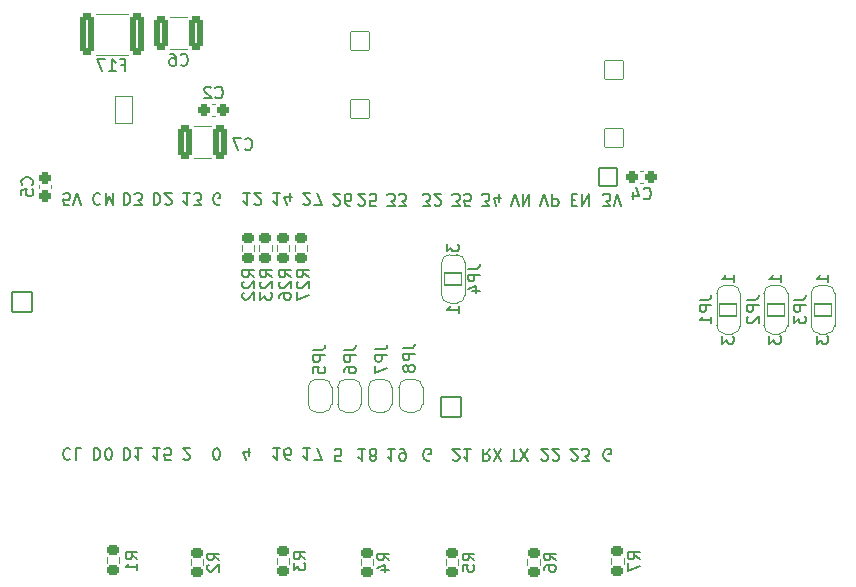
<source format=gbr>
%TF.GenerationSoftware,KiCad,Pcbnew,8.0.0*%
%TF.CreationDate,2024-09-14T23:12:03+02:00*%
%TF.ProjectId,led_stairs_controller,6c65645f-7374-4616-9972-735f636f6e74,V0.4*%
%TF.SameCoordinates,Original*%
%TF.FileFunction,Legend,Bot*%
%TF.FilePolarity,Positive*%
%FSLAX46Y46*%
G04 Gerber Fmt 4.6, Leading zero omitted, Abs format (unit mm)*
G04 Created by KiCad (PCBNEW 8.0.0) date 2024-09-14 23:12:03*
%MOMM*%
%LPD*%
G01*
G04 APERTURE LIST*
G04 Aperture macros list*
%AMRoundRect*
0 Rectangle with rounded corners*
0 $1 Rounding radius*
0 $2 $3 $4 $5 $6 $7 $8 $9 X,Y pos of 4 corners*
0 Add a 4 corners polygon primitive as box body*
4,1,4,$2,$3,$4,$5,$6,$7,$8,$9,$2,$3,0*
0 Add four circle primitives for the rounded corners*
1,1,$1+$1,$2,$3*
1,1,$1+$1,$4,$5*
1,1,$1+$1,$6,$7*
1,1,$1+$1,$8,$9*
0 Add four rect primitives between the rounded corners*
20,1,$1+$1,$2,$3,$4,$5,0*
20,1,$1+$1,$4,$5,$6,$7,0*
20,1,$1+$1,$6,$7,$8,$9,0*
20,1,$1+$1,$8,$9,$2,$3,0*%
%AMFreePoly0*
4,1,35,0.586062,0.786062,0.601000,0.750000,0.601000,-0.750000,0.586062,-0.786062,0.550000,-0.801000,0.000000,-0.801000,-0.012285,-0.795911,-0.071157,-0.795911,-0.085525,-0.793845,-0.222076,-0.753750,-0.235281,-0.747720,-0.355003,-0.670779,-0.365973,-0.661273,-0.459170,-0.553718,-0.467018,-0.541506,-0.526137,-0.412052,-0.530227,-0.398124,-0.550481,-0.257258,-0.551000,-0.250000,-0.551000,0.250000,
-0.550481,0.257258,-0.530227,0.398124,-0.526137,0.412052,-0.467018,0.541506,-0.459170,0.553718,-0.365973,0.661273,-0.355003,0.670779,-0.235281,0.747720,-0.222076,0.753750,-0.085525,0.793845,-0.071157,0.795911,-0.012285,0.795911,0.000000,0.801000,0.550000,0.801000,0.586062,0.786062,0.586062,0.786062,$1*%
%AMFreePoly1*
4,1,35,0.012285,0.795911,0.071157,0.795911,0.085525,0.793845,0.222076,0.753750,0.235281,0.747720,0.355003,0.670779,0.365973,0.661273,0.459170,0.553718,0.467018,0.541506,0.526137,0.412052,0.530227,0.398124,0.550481,0.257258,0.551000,0.250000,0.551000,-0.250000,0.550481,-0.257258,0.530227,-0.398124,0.526137,-0.412052,0.467018,-0.541506,0.459170,-0.553718,0.365973,-0.661273,
0.355003,-0.670779,0.235281,-0.747720,0.222076,-0.753750,0.085525,-0.793845,0.071157,-0.795911,0.012285,-0.795911,0.000000,-0.801000,-0.550000,-0.801000,-0.586062,-0.786062,-0.601000,-0.750000,-0.601000,0.750000,-0.586062,0.786062,-0.550000,0.801000,0.000000,0.801000,0.012285,0.795911,0.012285,0.795911,$1*%
%AMFreePoly2*
4,1,35,0.536062,0.786062,0.551000,0.750000,0.551000,-0.750000,0.536062,-0.786062,0.500000,-0.801000,0.000000,-0.801000,-0.012285,-0.795911,-0.071157,-0.795911,-0.085525,-0.793845,-0.222076,-0.753750,-0.235281,-0.747720,-0.355003,-0.670779,-0.365973,-0.661273,-0.459170,-0.553718,-0.467018,-0.541506,-0.526137,-0.412052,-0.530227,-0.398124,-0.550481,-0.257258,-0.551000,-0.250000,-0.551000,0.250000,
-0.550481,0.257258,-0.530227,0.398124,-0.526137,0.412052,-0.467018,0.541506,-0.459170,0.553718,-0.365973,0.661273,-0.355003,0.670779,-0.235281,0.747720,-0.222076,0.753750,-0.085525,0.793845,-0.071157,0.795911,-0.012285,0.795911,0.000000,0.801000,0.500000,0.801000,0.536062,0.786062,0.536062,0.786062,$1*%
%AMFreePoly3*
4,1,35,0.012285,0.795911,0.071157,0.795911,0.085525,0.793845,0.222076,0.753750,0.235281,0.747720,0.355003,0.670779,0.365973,0.661273,0.459170,0.553718,0.467018,0.541506,0.526137,0.412052,0.530227,0.398124,0.550481,0.257258,0.551000,0.250000,0.551000,-0.250000,0.550481,-0.257258,0.530227,-0.398124,0.526137,-0.412052,0.467018,-0.541506,0.459170,-0.553718,0.365973,-0.661273,
0.355003,-0.670779,0.235281,-0.747720,0.222076,-0.753750,0.085525,-0.793845,0.071157,-0.795911,0.012285,-0.795911,0.000000,-0.801000,-0.500000,-0.801000,-0.536062,-0.786062,-0.551000,-0.750000,-0.551000,0.750000,-0.536062,0.786062,-0.500000,0.801000,0.000000,0.801000,0.012285,0.795911,0.012285,0.795911,$1*%
G04 Aperture macros list end*
%ADD10C,0.150000*%
%ADD11C,0.120000*%
%ADD12RoundRect,0.051000X0.800000X0.800000X-0.800000X0.800000X-0.800000X-0.800000X0.800000X-0.800000X0*%
%ADD13O,1.702000X1.702000*%
%ADD14RoundRect,0.051000X-0.800000X-0.800000X0.800000X-0.800000X0.800000X0.800000X-0.800000X0.800000X0*%
%ADD15RoundRect,0.051000X-0.850000X-0.850000X0.850000X-0.850000X0.850000X0.850000X-0.850000X0.850000X0*%
%ADD16O,1.802000X1.802000*%
%ADD17RoundRect,0.051000X0.850000X-0.850000X0.850000X0.850000X-0.850000X0.850000X-0.850000X-0.850000X0*%
%ADD18RoundRect,0.102000X-0.780000X0.780000X-0.780000X-0.780000X0.780000X-0.780000X0.780000X0.780000X0*%
%ADD19C,1.764000*%
%ADD20RoundRect,0.051000X-1.300000X-1.300000X1.300000X-1.300000X1.300000X1.300000X-1.300000X1.300000X0*%
%ADD21C,2.702000*%
%ADD22RoundRect,0.051000X1.300000X1.300000X-1.300000X1.300000X-1.300000X-1.300000X1.300000X-1.300000X0*%
%ADD23C,6.102000*%
%ADD24RoundRect,0.051000X-0.750000X-1.150000X0.750000X-1.150000X0.750000X1.150000X-0.750000X1.150000X0*%
%ADD25O,1.602000X2.402000*%
%ADD26FreePoly0,90.000000*%
%ADD27RoundRect,0.051000X0.750000X-0.500000X0.750000X0.500000X-0.750000X0.500000X-0.750000X-0.500000X0*%
%ADD28FreePoly1,90.000000*%
%ADD29FreePoly0,270.000000*%
%ADD30RoundRect,0.051000X-0.750000X0.500000X-0.750000X-0.500000X0.750000X-0.500000X0.750000X0.500000X0*%
%ADD31FreePoly1,270.000000*%
%ADD32FreePoly2,270.000000*%
%ADD33FreePoly3,270.000000*%
%ADD34RoundRect,0.250500X-0.275500X0.250500X-0.275500X-0.250500X0.275500X-0.250500X0.275500X0.250500X0*%
%ADD35RoundRect,0.225500X-0.300500X0.225500X-0.300500X-0.225500X0.300500X-0.225500X0.300500X0.225500X0*%
%ADD36RoundRect,0.272667X-0.340833X-1.478333X0.340833X-1.478333X0.340833X1.478333X-0.340833X1.478333X0*%
%ADD37RoundRect,0.250500X0.250500X0.275500X-0.250500X0.275500X-0.250500X-0.275500X0.250500X-0.275500X0*%
%ADD38RoundRect,0.250500X-0.250500X-0.275500X0.250500X-0.275500X0.250500X0.275500X-0.250500X0.275500X0*%
%ADD39RoundRect,0.225500X0.300500X-0.225500X0.300500X0.225500X-0.300500X0.225500X-0.300500X-0.225500X0*%
%ADD40RoundRect,0.272174X-0.353826X-1.128826X0.353826X-1.128826X0.353826X1.128826X-0.353826X1.128826X0*%
%ADD41FreePoly2,90.000000*%
%ADD42FreePoly3,90.000000*%
G04 APERTURE END LIST*
D10*
X135016541Y-82800180D02*
X135635588Y-82800180D01*
X135635588Y-82800180D02*
X135302255Y-82419228D01*
X135302255Y-82419228D02*
X135445112Y-82419228D01*
X135445112Y-82419228D02*
X135540350Y-82371609D01*
X135540350Y-82371609D02*
X135587969Y-82323990D01*
X135587969Y-82323990D02*
X135635588Y-82228752D01*
X135635588Y-82228752D02*
X135635588Y-81990657D01*
X135635588Y-81990657D02*
X135587969Y-81895419D01*
X135587969Y-81895419D02*
X135540350Y-81847800D01*
X135540350Y-81847800D02*
X135445112Y-81800180D01*
X135445112Y-81800180D02*
X135159398Y-81800180D01*
X135159398Y-81800180D02*
X135064160Y-81847800D01*
X135064160Y-81847800D02*
X135016541Y-81895419D01*
X135968922Y-82800180D02*
X136587969Y-82800180D01*
X136587969Y-82800180D02*
X136254636Y-82419228D01*
X136254636Y-82419228D02*
X136397493Y-82419228D01*
X136397493Y-82419228D02*
X136492731Y-82371609D01*
X136492731Y-82371609D02*
X136540350Y-82323990D01*
X136540350Y-82323990D02*
X136587969Y-82228752D01*
X136587969Y-82228752D02*
X136587969Y-81990657D01*
X136587969Y-81990657D02*
X136540350Y-81895419D01*
X136540350Y-81895419D02*
X136492731Y-81847800D01*
X136492731Y-81847800D02*
X136397493Y-81800180D01*
X136397493Y-81800180D02*
X136111779Y-81800180D01*
X136111779Y-81800180D02*
X136016541Y-81847800D01*
X136016541Y-81847800D02*
X135968922Y-81895419D01*
X123380588Y-81730180D02*
X122809160Y-81730180D01*
X123094874Y-81730180D02*
X123094874Y-82730180D01*
X123094874Y-82730180D02*
X122999636Y-82587323D01*
X122999636Y-82587323D02*
X122904398Y-82492085D01*
X122904398Y-82492085D02*
X122809160Y-82444466D01*
X123761541Y-82634942D02*
X123809160Y-82682561D01*
X123809160Y-82682561D02*
X123904398Y-82730180D01*
X123904398Y-82730180D02*
X124142493Y-82730180D01*
X124142493Y-82730180D02*
X124237731Y-82682561D01*
X124237731Y-82682561D02*
X124285350Y-82634942D01*
X124285350Y-82634942D02*
X124332969Y-82539704D01*
X124332969Y-82539704D02*
X124332969Y-82444466D01*
X124332969Y-82444466D02*
X124285350Y-82301609D01*
X124285350Y-82301609D02*
X123713922Y-81730180D01*
X123713922Y-81730180D02*
X124332969Y-81730180D01*
X153885588Y-104342561D02*
X153790350Y-104390180D01*
X153790350Y-104390180D02*
X153647493Y-104390180D01*
X153647493Y-104390180D02*
X153504636Y-104342561D01*
X153504636Y-104342561D02*
X153409398Y-104247323D01*
X153409398Y-104247323D02*
X153361779Y-104152085D01*
X153361779Y-104152085D02*
X153314160Y-103961609D01*
X153314160Y-103961609D02*
X153314160Y-103818752D01*
X153314160Y-103818752D02*
X153361779Y-103628276D01*
X153361779Y-103628276D02*
X153409398Y-103533038D01*
X153409398Y-103533038D02*
X153504636Y-103437800D01*
X153504636Y-103437800D02*
X153647493Y-103390180D01*
X153647493Y-103390180D02*
X153742731Y-103390180D01*
X153742731Y-103390180D02*
X153885588Y-103437800D01*
X153885588Y-103437800D02*
X153933207Y-103485419D01*
X153933207Y-103485419D02*
X153933207Y-103818752D01*
X153933207Y-103818752D02*
X153742731Y-103818752D01*
X123285350Y-103986847D02*
X123285350Y-103320180D01*
X123047255Y-104367800D02*
X122809160Y-103653514D01*
X122809160Y-103653514D02*
X123428207Y-103653514D01*
X140564160Y-104294942D02*
X140611779Y-104342561D01*
X140611779Y-104342561D02*
X140707017Y-104390180D01*
X140707017Y-104390180D02*
X140945112Y-104390180D01*
X140945112Y-104390180D02*
X141040350Y-104342561D01*
X141040350Y-104342561D02*
X141087969Y-104294942D01*
X141087969Y-104294942D02*
X141135588Y-104199704D01*
X141135588Y-104199704D02*
X141135588Y-104104466D01*
X141135588Y-104104466D02*
X141087969Y-103961609D01*
X141087969Y-103961609D02*
X140516541Y-103390180D01*
X140516541Y-103390180D02*
X141135588Y-103390180D01*
X142087969Y-103390180D02*
X141516541Y-103390180D01*
X141802255Y-103390180D02*
X141802255Y-104390180D01*
X141802255Y-104390180D02*
X141707017Y-104247323D01*
X141707017Y-104247323D02*
X141611779Y-104152085D01*
X141611779Y-104152085D02*
X141516541Y-104104466D01*
X132564160Y-82704942D02*
X132611779Y-82752561D01*
X132611779Y-82752561D02*
X132707017Y-82800180D01*
X132707017Y-82800180D02*
X132945112Y-82800180D01*
X132945112Y-82800180D02*
X133040350Y-82752561D01*
X133040350Y-82752561D02*
X133087969Y-82704942D01*
X133087969Y-82704942D02*
X133135588Y-82609704D01*
X133135588Y-82609704D02*
X133135588Y-82514466D01*
X133135588Y-82514466D02*
X133087969Y-82371609D01*
X133087969Y-82371609D02*
X132516541Y-81800180D01*
X132516541Y-81800180D02*
X133135588Y-81800180D01*
X134040350Y-82800180D02*
X133564160Y-82800180D01*
X133564160Y-82800180D02*
X133516541Y-82323990D01*
X133516541Y-82323990D02*
X133564160Y-82371609D01*
X133564160Y-82371609D02*
X133659398Y-82419228D01*
X133659398Y-82419228D02*
X133897493Y-82419228D01*
X133897493Y-82419228D02*
X133992731Y-82371609D01*
X133992731Y-82371609D02*
X134040350Y-82323990D01*
X134040350Y-82323990D02*
X134087969Y-82228752D01*
X134087969Y-82228752D02*
X134087969Y-81990657D01*
X134087969Y-81990657D02*
X134040350Y-81895419D01*
X134040350Y-81895419D02*
X133992731Y-81847800D01*
X133992731Y-81847800D02*
X133897493Y-81800180D01*
X133897493Y-81800180D02*
X133659398Y-81800180D01*
X133659398Y-81800180D02*
X133564160Y-81847800D01*
X133564160Y-81847800D02*
X133516541Y-81895419D01*
X125920588Y-103320180D02*
X125349160Y-103320180D01*
X125634874Y-103320180D02*
X125634874Y-104320180D01*
X125634874Y-104320180D02*
X125539636Y-104177323D01*
X125539636Y-104177323D02*
X125444398Y-104082085D01*
X125444398Y-104082085D02*
X125349160Y-104034466D01*
X126777731Y-104320180D02*
X126587255Y-104320180D01*
X126587255Y-104320180D02*
X126492017Y-104272561D01*
X126492017Y-104272561D02*
X126444398Y-104224942D01*
X126444398Y-104224942D02*
X126349160Y-104082085D01*
X126349160Y-104082085D02*
X126301541Y-103891609D01*
X126301541Y-103891609D02*
X126301541Y-103510657D01*
X126301541Y-103510657D02*
X126349160Y-103415419D01*
X126349160Y-103415419D02*
X126396779Y-103367800D01*
X126396779Y-103367800D02*
X126492017Y-103320180D01*
X126492017Y-103320180D02*
X126682493Y-103320180D01*
X126682493Y-103320180D02*
X126777731Y-103367800D01*
X126777731Y-103367800D02*
X126825350Y-103415419D01*
X126825350Y-103415419D02*
X126872969Y-103510657D01*
X126872969Y-103510657D02*
X126872969Y-103748752D01*
X126872969Y-103748752D02*
X126825350Y-103843990D01*
X126825350Y-103843990D02*
X126777731Y-103891609D01*
X126777731Y-103891609D02*
X126682493Y-103939228D01*
X126682493Y-103939228D02*
X126492017Y-103939228D01*
X126492017Y-103939228D02*
X126396779Y-103891609D01*
X126396779Y-103891609D02*
X126349160Y-103843990D01*
X126349160Y-103843990D02*
X126301541Y-103748752D01*
X140516541Y-82800180D02*
X141135588Y-82800180D01*
X141135588Y-82800180D02*
X140802255Y-82419228D01*
X140802255Y-82419228D02*
X140945112Y-82419228D01*
X140945112Y-82419228D02*
X141040350Y-82371609D01*
X141040350Y-82371609D02*
X141087969Y-82323990D01*
X141087969Y-82323990D02*
X141135588Y-82228752D01*
X141135588Y-82228752D02*
X141135588Y-81990657D01*
X141135588Y-81990657D02*
X141087969Y-81895419D01*
X141087969Y-81895419D02*
X141040350Y-81847800D01*
X141040350Y-81847800D02*
X140945112Y-81800180D01*
X140945112Y-81800180D02*
X140659398Y-81800180D01*
X140659398Y-81800180D02*
X140564160Y-81847800D01*
X140564160Y-81847800D02*
X140516541Y-81895419D01*
X142040350Y-82800180D02*
X141564160Y-82800180D01*
X141564160Y-82800180D02*
X141516541Y-82323990D01*
X141516541Y-82323990D02*
X141564160Y-82371609D01*
X141564160Y-82371609D02*
X141659398Y-82419228D01*
X141659398Y-82419228D02*
X141897493Y-82419228D01*
X141897493Y-82419228D02*
X141992731Y-82371609D01*
X141992731Y-82371609D02*
X142040350Y-82323990D01*
X142040350Y-82323990D02*
X142087969Y-82228752D01*
X142087969Y-82228752D02*
X142087969Y-81990657D01*
X142087969Y-81990657D02*
X142040350Y-81895419D01*
X142040350Y-81895419D02*
X141992731Y-81847800D01*
X141992731Y-81847800D02*
X141897493Y-81800180D01*
X141897493Y-81800180D02*
X141659398Y-81800180D01*
X141659398Y-81800180D02*
X141564160Y-81847800D01*
X141564160Y-81847800D02*
X141516541Y-81895419D01*
X148064160Y-104294942D02*
X148111779Y-104342561D01*
X148111779Y-104342561D02*
X148207017Y-104390180D01*
X148207017Y-104390180D02*
X148445112Y-104390180D01*
X148445112Y-104390180D02*
X148540350Y-104342561D01*
X148540350Y-104342561D02*
X148587969Y-104294942D01*
X148587969Y-104294942D02*
X148635588Y-104199704D01*
X148635588Y-104199704D02*
X148635588Y-104104466D01*
X148635588Y-104104466D02*
X148587969Y-103961609D01*
X148587969Y-103961609D02*
X148016541Y-103390180D01*
X148016541Y-103390180D02*
X148635588Y-103390180D01*
X149016541Y-104294942D02*
X149064160Y-104342561D01*
X149064160Y-104342561D02*
X149159398Y-104390180D01*
X149159398Y-104390180D02*
X149397493Y-104390180D01*
X149397493Y-104390180D02*
X149492731Y-104342561D01*
X149492731Y-104342561D02*
X149540350Y-104294942D01*
X149540350Y-104294942D02*
X149587969Y-104199704D01*
X149587969Y-104199704D02*
X149587969Y-104104466D01*
X149587969Y-104104466D02*
X149540350Y-103961609D01*
X149540350Y-103961609D02*
X148968922Y-103390180D01*
X148968922Y-103390180D02*
X149587969Y-103390180D01*
X145468922Y-82800180D02*
X145802255Y-81800180D01*
X145802255Y-81800180D02*
X146135588Y-82800180D01*
X146468922Y-81800180D02*
X146468922Y-82800180D01*
X146468922Y-82800180D02*
X147040350Y-81800180D01*
X147040350Y-81800180D02*
X147040350Y-82800180D01*
X143683207Y-103390180D02*
X143349874Y-103866371D01*
X143111779Y-103390180D02*
X143111779Y-104390180D01*
X143111779Y-104390180D02*
X143492731Y-104390180D01*
X143492731Y-104390180D02*
X143587969Y-104342561D01*
X143587969Y-104342561D02*
X143635588Y-104294942D01*
X143635588Y-104294942D02*
X143683207Y-104199704D01*
X143683207Y-104199704D02*
X143683207Y-104056847D01*
X143683207Y-104056847D02*
X143635588Y-103961609D01*
X143635588Y-103961609D02*
X143587969Y-103913990D01*
X143587969Y-103913990D02*
X143492731Y-103866371D01*
X143492731Y-103866371D02*
X143111779Y-103866371D01*
X144016541Y-104390180D02*
X144683207Y-103390180D01*
X144683207Y-104390180D02*
X144016541Y-103390180D01*
X117729160Y-104224942D02*
X117776779Y-104272561D01*
X117776779Y-104272561D02*
X117872017Y-104320180D01*
X117872017Y-104320180D02*
X118110112Y-104320180D01*
X118110112Y-104320180D02*
X118205350Y-104272561D01*
X118205350Y-104272561D02*
X118252969Y-104224942D01*
X118252969Y-104224942D02*
X118300588Y-104129704D01*
X118300588Y-104129704D02*
X118300588Y-104034466D01*
X118300588Y-104034466D02*
X118252969Y-103891609D01*
X118252969Y-103891609D02*
X117681541Y-103320180D01*
X117681541Y-103320180D02*
X118300588Y-103320180D01*
X108092969Y-82730180D02*
X107616779Y-82730180D01*
X107616779Y-82730180D02*
X107569160Y-82253990D01*
X107569160Y-82253990D02*
X107616779Y-82301609D01*
X107616779Y-82301609D02*
X107712017Y-82349228D01*
X107712017Y-82349228D02*
X107950112Y-82349228D01*
X107950112Y-82349228D02*
X108045350Y-82301609D01*
X108045350Y-82301609D02*
X108092969Y-82253990D01*
X108092969Y-82253990D02*
X108140588Y-82158752D01*
X108140588Y-82158752D02*
X108140588Y-81920657D01*
X108140588Y-81920657D02*
X108092969Y-81825419D01*
X108092969Y-81825419D02*
X108045350Y-81777800D01*
X108045350Y-81777800D02*
X107950112Y-81730180D01*
X107950112Y-81730180D02*
X107712017Y-81730180D01*
X107712017Y-81730180D02*
X107616779Y-81777800D01*
X107616779Y-81777800D02*
X107569160Y-81825419D01*
X108426303Y-82730180D02*
X108759636Y-81730180D01*
X108759636Y-81730180D02*
X109092969Y-82730180D01*
X115760588Y-103320180D02*
X115189160Y-103320180D01*
X115474874Y-103320180D02*
X115474874Y-104320180D01*
X115474874Y-104320180D02*
X115379636Y-104177323D01*
X115379636Y-104177323D02*
X115284398Y-104082085D01*
X115284398Y-104082085D02*
X115189160Y-104034466D01*
X116665350Y-104320180D02*
X116189160Y-104320180D01*
X116189160Y-104320180D02*
X116141541Y-103843990D01*
X116141541Y-103843990D02*
X116189160Y-103891609D01*
X116189160Y-103891609D02*
X116284398Y-103939228D01*
X116284398Y-103939228D02*
X116522493Y-103939228D01*
X116522493Y-103939228D02*
X116617731Y-103891609D01*
X116617731Y-103891609D02*
X116665350Y-103843990D01*
X116665350Y-103843990D02*
X116712969Y-103748752D01*
X116712969Y-103748752D02*
X116712969Y-103510657D01*
X116712969Y-103510657D02*
X116665350Y-103415419D01*
X116665350Y-103415419D02*
X116617731Y-103367800D01*
X116617731Y-103367800D02*
X116522493Y-103320180D01*
X116522493Y-103320180D02*
X116284398Y-103320180D01*
X116284398Y-103320180D02*
X116189160Y-103367800D01*
X116189160Y-103367800D02*
X116141541Y-103415419D01*
X128460588Y-103320180D02*
X127889160Y-103320180D01*
X128174874Y-103320180D02*
X128174874Y-104320180D01*
X128174874Y-104320180D02*
X128079636Y-104177323D01*
X128079636Y-104177323D02*
X127984398Y-104082085D01*
X127984398Y-104082085D02*
X127889160Y-104034466D01*
X128793922Y-104320180D02*
X129460588Y-104320180D01*
X129460588Y-104320180D02*
X129032017Y-103320180D01*
X125920588Y-81730180D02*
X125349160Y-81730180D01*
X125634874Y-81730180D02*
X125634874Y-82730180D01*
X125634874Y-82730180D02*
X125539636Y-82587323D01*
X125539636Y-82587323D02*
X125444398Y-82492085D01*
X125444398Y-82492085D02*
X125349160Y-82444466D01*
X126777731Y-82396847D02*
X126777731Y-81730180D01*
X126539636Y-82777800D02*
X126301541Y-82063514D01*
X126301541Y-82063514D02*
X126920588Y-82063514D01*
X150611779Y-82323990D02*
X150945112Y-82323990D01*
X151087969Y-81800180D02*
X150611779Y-81800180D01*
X150611779Y-81800180D02*
X150611779Y-82800180D01*
X150611779Y-82800180D02*
X151087969Y-82800180D01*
X151516541Y-81800180D02*
X151516541Y-82800180D01*
X151516541Y-82800180D02*
X152087969Y-81800180D01*
X152087969Y-81800180D02*
X152087969Y-82800180D01*
X127889160Y-82634942D02*
X127936779Y-82682561D01*
X127936779Y-82682561D02*
X128032017Y-82730180D01*
X128032017Y-82730180D02*
X128270112Y-82730180D01*
X128270112Y-82730180D02*
X128365350Y-82682561D01*
X128365350Y-82682561D02*
X128412969Y-82634942D01*
X128412969Y-82634942D02*
X128460588Y-82539704D01*
X128460588Y-82539704D02*
X128460588Y-82444466D01*
X128460588Y-82444466D02*
X128412969Y-82301609D01*
X128412969Y-82301609D02*
X127841541Y-81730180D01*
X127841541Y-81730180D02*
X128460588Y-81730180D01*
X128793922Y-82730180D02*
X129460588Y-82730180D01*
X129460588Y-82730180D02*
X129032017Y-81730180D01*
X112696779Y-81730180D02*
X112696779Y-82730180D01*
X112696779Y-82730180D02*
X112934874Y-82730180D01*
X112934874Y-82730180D02*
X113077731Y-82682561D01*
X113077731Y-82682561D02*
X113172969Y-82587323D01*
X113172969Y-82587323D02*
X113220588Y-82492085D01*
X113220588Y-82492085D02*
X113268207Y-82301609D01*
X113268207Y-82301609D02*
X113268207Y-82158752D01*
X113268207Y-82158752D02*
X113220588Y-81968276D01*
X113220588Y-81968276D02*
X113172969Y-81873038D01*
X113172969Y-81873038D02*
X113077731Y-81777800D01*
X113077731Y-81777800D02*
X112934874Y-81730180D01*
X112934874Y-81730180D02*
X112696779Y-81730180D01*
X113601541Y-82730180D02*
X114220588Y-82730180D01*
X114220588Y-82730180D02*
X113887255Y-82349228D01*
X113887255Y-82349228D02*
X114030112Y-82349228D01*
X114030112Y-82349228D02*
X114125350Y-82301609D01*
X114125350Y-82301609D02*
X114172969Y-82253990D01*
X114172969Y-82253990D02*
X114220588Y-82158752D01*
X114220588Y-82158752D02*
X114220588Y-81920657D01*
X114220588Y-81920657D02*
X114172969Y-81825419D01*
X114172969Y-81825419D02*
X114125350Y-81777800D01*
X114125350Y-81777800D02*
X114030112Y-81730180D01*
X114030112Y-81730180D02*
X113744398Y-81730180D01*
X113744398Y-81730180D02*
X113649160Y-81777800D01*
X113649160Y-81777800D02*
X113601541Y-81825419D01*
X118300588Y-81730180D02*
X117729160Y-81730180D01*
X118014874Y-81730180D02*
X118014874Y-82730180D01*
X118014874Y-82730180D02*
X117919636Y-82587323D01*
X117919636Y-82587323D02*
X117824398Y-82492085D01*
X117824398Y-82492085D02*
X117729160Y-82444466D01*
X118633922Y-82730180D02*
X119252969Y-82730180D01*
X119252969Y-82730180D02*
X118919636Y-82349228D01*
X118919636Y-82349228D02*
X119062493Y-82349228D01*
X119062493Y-82349228D02*
X119157731Y-82301609D01*
X119157731Y-82301609D02*
X119205350Y-82253990D01*
X119205350Y-82253990D02*
X119252969Y-82158752D01*
X119252969Y-82158752D02*
X119252969Y-81920657D01*
X119252969Y-81920657D02*
X119205350Y-81825419D01*
X119205350Y-81825419D02*
X119157731Y-81777800D01*
X119157731Y-81777800D02*
X119062493Y-81730180D01*
X119062493Y-81730180D02*
X118776779Y-81730180D01*
X118776779Y-81730180D02*
X118681541Y-81777800D01*
X118681541Y-81777800D02*
X118633922Y-81825419D01*
X108188207Y-103415419D02*
X108140588Y-103367800D01*
X108140588Y-103367800D02*
X107997731Y-103320180D01*
X107997731Y-103320180D02*
X107902493Y-103320180D01*
X107902493Y-103320180D02*
X107759636Y-103367800D01*
X107759636Y-103367800D02*
X107664398Y-103463038D01*
X107664398Y-103463038D02*
X107616779Y-103558276D01*
X107616779Y-103558276D02*
X107569160Y-103748752D01*
X107569160Y-103748752D02*
X107569160Y-103891609D01*
X107569160Y-103891609D02*
X107616779Y-104082085D01*
X107616779Y-104082085D02*
X107664398Y-104177323D01*
X107664398Y-104177323D02*
X107759636Y-104272561D01*
X107759636Y-104272561D02*
X107902493Y-104320180D01*
X107902493Y-104320180D02*
X107997731Y-104320180D01*
X107997731Y-104320180D02*
X108140588Y-104272561D01*
X108140588Y-104272561D02*
X108188207Y-104224942D01*
X109092969Y-103320180D02*
X108616779Y-103320180D01*
X108616779Y-103320180D02*
X108616779Y-104320180D01*
X135635588Y-103390180D02*
X135064160Y-103390180D01*
X135349874Y-103390180D02*
X135349874Y-104390180D01*
X135349874Y-104390180D02*
X135254636Y-104247323D01*
X135254636Y-104247323D02*
X135159398Y-104152085D01*
X135159398Y-104152085D02*
X135064160Y-104104466D01*
X136111779Y-103390180D02*
X136302255Y-103390180D01*
X136302255Y-103390180D02*
X136397493Y-103437800D01*
X136397493Y-103437800D02*
X136445112Y-103485419D01*
X136445112Y-103485419D02*
X136540350Y-103628276D01*
X136540350Y-103628276D02*
X136587969Y-103818752D01*
X136587969Y-103818752D02*
X136587969Y-104199704D01*
X136587969Y-104199704D02*
X136540350Y-104294942D01*
X136540350Y-104294942D02*
X136492731Y-104342561D01*
X136492731Y-104342561D02*
X136397493Y-104390180D01*
X136397493Y-104390180D02*
X136207017Y-104390180D01*
X136207017Y-104390180D02*
X136111779Y-104342561D01*
X136111779Y-104342561D02*
X136064160Y-104294942D01*
X136064160Y-104294942D02*
X136016541Y-104199704D01*
X136016541Y-104199704D02*
X136016541Y-103961609D01*
X136016541Y-103961609D02*
X136064160Y-103866371D01*
X136064160Y-103866371D02*
X136111779Y-103818752D01*
X136111779Y-103818752D02*
X136207017Y-103771133D01*
X136207017Y-103771133D02*
X136397493Y-103771133D01*
X136397493Y-103771133D02*
X136492731Y-103818752D01*
X136492731Y-103818752D02*
X136540350Y-103866371D01*
X136540350Y-103866371D02*
X136587969Y-103961609D01*
X131087969Y-104390180D02*
X130611779Y-104390180D01*
X130611779Y-104390180D02*
X130564160Y-103913990D01*
X130564160Y-103913990D02*
X130611779Y-103961609D01*
X130611779Y-103961609D02*
X130707017Y-104009228D01*
X130707017Y-104009228D02*
X130945112Y-104009228D01*
X130945112Y-104009228D02*
X131040350Y-103961609D01*
X131040350Y-103961609D02*
X131087969Y-103913990D01*
X131087969Y-103913990D02*
X131135588Y-103818752D01*
X131135588Y-103818752D02*
X131135588Y-103580657D01*
X131135588Y-103580657D02*
X131087969Y-103485419D01*
X131087969Y-103485419D02*
X131040350Y-103437800D01*
X131040350Y-103437800D02*
X130945112Y-103390180D01*
X130945112Y-103390180D02*
X130707017Y-103390180D01*
X130707017Y-103390180D02*
X130611779Y-103437800D01*
X130611779Y-103437800D02*
X130564160Y-103485419D01*
X143016541Y-82800180D02*
X143635588Y-82800180D01*
X143635588Y-82800180D02*
X143302255Y-82419228D01*
X143302255Y-82419228D02*
X143445112Y-82419228D01*
X143445112Y-82419228D02*
X143540350Y-82371609D01*
X143540350Y-82371609D02*
X143587969Y-82323990D01*
X143587969Y-82323990D02*
X143635588Y-82228752D01*
X143635588Y-82228752D02*
X143635588Y-81990657D01*
X143635588Y-81990657D02*
X143587969Y-81895419D01*
X143587969Y-81895419D02*
X143540350Y-81847800D01*
X143540350Y-81847800D02*
X143445112Y-81800180D01*
X143445112Y-81800180D02*
X143159398Y-81800180D01*
X143159398Y-81800180D02*
X143064160Y-81847800D01*
X143064160Y-81847800D02*
X143016541Y-81895419D01*
X144492731Y-82466847D02*
X144492731Y-81800180D01*
X144254636Y-82847800D02*
X144016541Y-82133514D01*
X144016541Y-82133514D02*
X144635588Y-82133514D01*
X110156779Y-103320180D02*
X110156779Y-104320180D01*
X110156779Y-104320180D02*
X110394874Y-104320180D01*
X110394874Y-104320180D02*
X110537731Y-104272561D01*
X110537731Y-104272561D02*
X110632969Y-104177323D01*
X110632969Y-104177323D02*
X110680588Y-104082085D01*
X110680588Y-104082085D02*
X110728207Y-103891609D01*
X110728207Y-103891609D02*
X110728207Y-103748752D01*
X110728207Y-103748752D02*
X110680588Y-103558276D01*
X110680588Y-103558276D02*
X110632969Y-103463038D01*
X110632969Y-103463038D02*
X110537731Y-103367800D01*
X110537731Y-103367800D02*
X110394874Y-103320180D01*
X110394874Y-103320180D02*
X110156779Y-103320180D01*
X111347255Y-104320180D02*
X111442493Y-104320180D01*
X111442493Y-104320180D02*
X111537731Y-104272561D01*
X111537731Y-104272561D02*
X111585350Y-104224942D01*
X111585350Y-104224942D02*
X111632969Y-104129704D01*
X111632969Y-104129704D02*
X111680588Y-103939228D01*
X111680588Y-103939228D02*
X111680588Y-103701133D01*
X111680588Y-103701133D02*
X111632969Y-103510657D01*
X111632969Y-103510657D02*
X111585350Y-103415419D01*
X111585350Y-103415419D02*
X111537731Y-103367800D01*
X111537731Y-103367800D02*
X111442493Y-103320180D01*
X111442493Y-103320180D02*
X111347255Y-103320180D01*
X111347255Y-103320180D02*
X111252017Y-103367800D01*
X111252017Y-103367800D02*
X111204398Y-103415419D01*
X111204398Y-103415419D02*
X111156779Y-103510657D01*
X111156779Y-103510657D02*
X111109160Y-103701133D01*
X111109160Y-103701133D02*
X111109160Y-103939228D01*
X111109160Y-103939228D02*
X111156779Y-104129704D01*
X111156779Y-104129704D02*
X111204398Y-104224942D01*
X111204398Y-104224942D02*
X111252017Y-104272561D01*
X111252017Y-104272561D02*
X111347255Y-104320180D01*
X110728207Y-81825419D02*
X110680588Y-81777800D01*
X110680588Y-81777800D02*
X110537731Y-81730180D01*
X110537731Y-81730180D02*
X110442493Y-81730180D01*
X110442493Y-81730180D02*
X110299636Y-81777800D01*
X110299636Y-81777800D02*
X110204398Y-81873038D01*
X110204398Y-81873038D02*
X110156779Y-81968276D01*
X110156779Y-81968276D02*
X110109160Y-82158752D01*
X110109160Y-82158752D02*
X110109160Y-82301609D01*
X110109160Y-82301609D02*
X110156779Y-82492085D01*
X110156779Y-82492085D02*
X110204398Y-82587323D01*
X110204398Y-82587323D02*
X110299636Y-82682561D01*
X110299636Y-82682561D02*
X110442493Y-82730180D01*
X110442493Y-82730180D02*
X110537731Y-82730180D01*
X110537731Y-82730180D02*
X110680588Y-82682561D01*
X110680588Y-82682561D02*
X110728207Y-82634942D01*
X111156779Y-81730180D02*
X111156779Y-82730180D01*
X111156779Y-82730180D02*
X111490112Y-82015895D01*
X111490112Y-82015895D02*
X111823445Y-82730180D01*
X111823445Y-82730180D02*
X111823445Y-81730180D01*
X138016541Y-82800180D02*
X138635588Y-82800180D01*
X138635588Y-82800180D02*
X138302255Y-82419228D01*
X138302255Y-82419228D02*
X138445112Y-82419228D01*
X138445112Y-82419228D02*
X138540350Y-82371609D01*
X138540350Y-82371609D02*
X138587969Y-82323990D01*
X138587969Y-82323990D02*
X138635588Y-82228752D01*
X138635588Y-82228752D02*
X138635588Y-81990657D01*
X138635588Y-81990657D02*
X138587969Y-81895419D01*
X138587969Y-81895419D02*
X138540350Y-81847800D01*
X138540350Y-81847800D02*
X138445112Y-81800180D01*
X138445112Y-81800180D02*
X138159398Y-81800180D01*
X138159398Y-81800180D02*
X138064160Y-81847800D01*
X138064160Y-81847800D02*
X138016541Y-81895419D01*
X139016541Y-82704942D02*
X139064160Y-82752561D01*
X139064160Y-82752561D02*
X139159398Y-82800180D01*
X139159398Y-82800180D02*
X139397493Y-82800180D01*
X139397493Y-82800180D02*
X139492731Y-82752561D01*
X139492731Y-82752561D02*
X139540350Y-82704942D01*
X139540350Y-82704942D02*
X139587969Y-82609704D01*
X139587969Y-82609704D02*
X139587969Y-82514466D01*
X139587969Y-82514466D02*
X139540350Y-82371609D01*
X139540350Y-82371609D02*
X138968922Y-81800180D01*
X138968922Y-81800180D02*
X139587969Y-81800180D01*
X130454160Y-82704942D02*
X130501779Y-82752561D01*
X130501779Y-82752561D02*
X130597017Y-82800180D01*
X130597017Y-82800180D02*
X130835112Y-82800180D01*
X130835112Y-82800180D02*
X130930350Y-82752561D01*
X130930350Y-82752561D02*
X130977969Y-82704942D01*
X130977969Y-82704942D02*
X131025588Y-82609704D01*
X131025588Y-82609704D02*
X131025588Y-82514466D01*
X131025588Y-82514466D02*
X130977969Y-82371609D01*
X130977969Y-82371609D02*
X130406541Y-81800180D01*
X130406541Y-81800180D02*
X131025588Y-81800180D01*
X131882731Y-82800180D02*
X131692255Y-82800180D01*
X131692255Y-82800180D02*
X131597017Y-82752561D01*
X131597017Y-82752561D02*
X131549398Y-82704942D01*
X131549398Y-82704942D02*
X131454160Y-82562085D01*
X131454160Y-82562085D02*
X131406541Y-82371609D01*
X131406541Y-82371609D02*
X131406541Y-81990657D01*
X131406541Y-81990657D02*
X131454160Y-81895419D01*
X131454160Y-81895419D02*
X131501779Y-81847800D01*
X131501779Y-81847800D02*
X131597017Y-81800180D01*
X131597017Y-81800180D02*
X131787493Y-81800180D01*
X131787493Y-81800180D02*
X131882731Y-81847800D01*
X131882731Y-81847800D02*
X131930350Y-81895419D01*
X131930350Y-81895419D02*
X131977969Y-81990657D01*
X131977969Y-81990657D02*
X131977969Y-82228752D01*
X131977969Y-82228752D02*
X131930350Y-82323990D01*
X131930350Y-82323990D02*
X131882731Y-82371609D01*
X131882731Y-82371609D02*
X131787493Y-82419228D01*
X131787493Y-82419228D02*
X131597017Y-82419228D01*
X131597017Y-82419228D02*
X131501779Y-82371609D01*
X131501779Y-82371609D02*
X131454160Y-82323990D01*
X131454160Y-82323990D02*
X131406541Y-82228752D01*
X112696779Y-103320180D02*
X112696779Y-104320180D01*
X112696779Y-104320180D02*
X112934874Y-104320180D01*
X112934874Y-104320180D02*
X113077731Y-104272561D01*
X113077731Y-104272561D02*
X113172969Y-104177323D01*
X113172969Y-104177323D02*
X113220588Y-104082085D01*
X113220588Y-104082085D02*
X113268207Y-103891609D01*
X113268207Y-103891609D02*
X113268207Y-103748752D01*
X113268207Y-103748752D02*
X113220588Y-103558276D01*
X113220588Y-103558276D02*
X113172969Y-103463038D01*
X113172969Y-103463038D02*
X113077731Y-103367800D01*
X113077731Y-103367800D02*
X112934874Y-103320180D01*
X112934874Y-103320180D02*
X112696779Y-103320180D01*
X114220588Y-103320180D02*
X113649160Y-103320180D01*
X113934874Y-103320180D02*
X113934874Y-104320180D01*
X113934874Y-104320180D02*
X113839636Y-104177323D01*
X113839636Y-104177323D02*
X113744398Y-104082085D01*
X113744398Y-104082085D02*
X113649160Y-104034466D01*
X133135588Y-103390180D02*
X132564160Y-103390180D01*
X132849874Y-103390180D02*
X132849874Y-104390180D01*
X132849874Y-104390180D02*
X132754636Y-104247323D01*
X132754636Y-104247323D02*
X132659398Y-104152085D01*
X132659398Y-104152085D02*
X132564160Y-104104466D01*
X133707017Y-103961609D02*
X133611779Y-104009228D01*
X133611779Y-104009228D02*
X133564160Y-104056847D01*
X133564160Y-104056847D02*
X133516541Y-104152085D01*
X133516541Y-104152085D02*
X133516541Y-104199704D01*
X133516541Y-104199704D02*
X133564160Y-104294942D01*
X133564160Y-104294942D02*
X133611779Y-104342561D01*
X133611779Y-104342561D02*
X133707017Y-104390180D01*
X133707017Y-104390180D02*
X133897493Y-104390180D01*
X133897493Y-104390180D02*
X133992731Y-104342561D01*
X133992731Y-104342561D02*
X134040350Y-104294942D01*
X134040350Y-104294942D02*
X134087969Y-104199704D01*
X134087969Y-104199704D02*
X134087969Y-104152085D01*
X134087969Y-104152085D02*
X134040350Y-104056847D01*
X134040350Y-104056847D02*
X133992731Y-104009228D01*
X133992731Y-104009228D02*
X133897493Y-103961609D01*
X133897493Y-103961609D02*
X133707017Y-103961609D01*
X133707017Y-103961609D02*
X133611779Y-103913990D01*
X133611779Y-103913990D02*
X133564160Y-103866371D01*
X133564160Y-103866371D02*
X133516541Y-103771133D01*
X133516541Y-103771133D02*
X133516541Y-103580657D01*
X133516541Y-103580657D02*
X133564160Y-103485419D01*
X133564160Y-103485419D02*
X133611779Y-103437800D01*
X133611779Y-103437800D02*
X133707017Y-103390180D01*
X133707017Y-103390180D02*
X133897493Y-103390180D01*
X133897493Y-103390180D02*
X133992731Y-103437800D01*
X133992731Y-103437800D02*
X134040350Y-103485419D01*
X134040350Y-103485419D02*
X134087969Y-103580657D01*
X134087969Y-103580657D02*
X134087969Y-103771133D01*
X134087969Y-103771133D02*
X134040350Y-103866371D01*
X134040350Y-103866371D02*
X133992731Y-103913990D01*
X133992731Y-103913990D02*
X133897493Y-103961609D01*
X150564160Y-104294942D02*
X150611779Y-104342561D01*
X150611779Y-104342561D02*
X150707017Y-104390180D01*
X150707017Y-104390180D02*
X150945112Y-104390180D01*
X150945112Y-104390180D02*
X151040350Y-104342561D01*
X151040350Y-104342561D02*
X151087969Y-104294942D01*
X151087969Y-104294942D02*
X151135588Y-104199704D01*
X151135588Y-104199704D02*
X151135588Y-104104466D01*
X151135588Y-104104466D02*
X151087969Y-103961609D01*
X151087969Y-103961609D02*
X150516541Y-103390180D01*
X150516541Y-103390180D02*
X151135588Y-103390180D01*
X151468922Y-104390180D02*
X152087969Y-104390180D01*
X152087969Y-104390180D02*
X151754636Y-104009228D01*
X151754636Y-104009228D02*
X151897493Y-104009228D01*
X151897493Y-104009228D02*
X151992731Y-103961609D01*
X151992731Y-103961609D02*
X152040350Y-103913990D01*
X152040350Y-103913990D02*
X152087969Y-103818752D01*
X152087969Y-103818752D02*
X152087969Y-103580657D01*
X152087969Y-103580657D02*
X152040350Y-103485419D01*
X152040350Y-103485419D02*
X151992731Y-103437800D01*
X151992731Y-103437800D02*
X151897493Y-103390180D01*
X151897493Y-103390180D02*
X151611779Y-103390180D01*
X151611779Y-103390180D02*
X151516541Y-103437800D01*
X151516541Y-103437800D02*
X151468922Y-103485419D01*
X153266541Y-82800180D02*
X153885588Y-82800180D01*
X153885588Y-82800180D02*
X153552255Y-82419228D01*
X153552255Y-82419228D02*
X153695112Y-82419228D01*
X153695112Y-82419228D02*
X153790350Y-82371609D01*
X153790350Y-82371609D02*
X153837969Y-82323990D01*
X153837969Y-82323990D02*
X153885588Y-82228752D01*
X153885588Y-82228752D02*
X153885588Y-81990657D01*
X153885588Y-81990657D02*
X153837969Y-81895419D01*
X153837969Y-81895419D02*
X153790350Y-81847800D01*
X153790350Y-81847800D02*
X153695112Y-81800180D01*
X153695112Y-81800180D02*
X153409398Y-81800180D01*
X153409398Y-81800180D02*
X153314160Y-81847800D01*
X153314160Y-81847800D02*
X153266541Y-81895419D01*
X154171303Y-82800180D02*
X154504636Y-81800180D01*
X154504636Y-81800180D02*
X154837969Y-82800180D01*
X120507255Y-104320180D02*
X120602493Y-104320180D01*
X120602493Y-104320180D02*
X120697731Y-104272561D01*
X120697731Y-104272561D02*
X120745350Y-104224942D01*
X120745350Y-104224942D02*
X120792969Y-104129704D01*
X120792969Y-104129704D02*
X120840588Y-103939228D01*
X120840588Y-103939228D02*
X120840588Y-103701133D01*
X120840588Y-103701133D02*
X120792969Y-103510657D01*
X120792969Y-103510657D02*
X120745350Y-103415419D01*
X120745350Y-103415419D02*
X120697731Y-103367800D01*
X120697731Y-103367800D02*
X120602493Y-103320180D01*
X120602493Y-103320180D02*
X120507255Y-103320180D01*
X120507255Y-103320180D02*
X120412017Y-103367800D01*
X120412017Y-103367800D02*
X120364398Y-103415419D01*
X120364398Y-103415419D02*
X120316779Y-103510657D01*
X120316779Y-103510657D02*
X120269160Y-103701133D01*
X120269160Y-103701133D02*
X120269160Y-103939228D01*
X120269160Y-103939228D02*
X120316779Y-104129704D01*
X120316779Y-104129704D02*
X120364398Y-104224942D01*
X120364398Y-104224942D02*
X120412017Y-104272561D01*
X120412017Y-104272561D02*
X120507255Y-104320180D01*
X145468922Y-104390180D02*
X146040350Y-104390180D01*
X145754636Y-103390180D02*
X145754636Y-104390180D01*
X146278446Y-104390180D02*
X146945112Y-103390180D01*
X146945112Y-104390180D02*
X146278446Y-103390180D01*
X138635588Y-104342561D02*
X138540350Y-104390180D01*
X138540350Y-104390180D02*
X138397493Y-104390180D01*
X138397493Y-104390180D02*
X138254636Y-104342561D01*
X138254636Y-104342561D02*
X138159398Y-104247323D01*
X138159398Y-104247323D02*
X138111779Y-104152085D01*
X138111779Y-104152085D02*
X138064160Y-103961609D01*
X138064160Y-103961609D02*
X138064160Y-103818752D01*
X138064160Y-103818752D02*
X138111779Y-103628276D01*
X138111779Y-103628276D02*
X138159398Y-103533038D01*
X138159398Y-103533038D02*
X138254636Y-103437800D01*
X138254636Y-103437800D02*
X138397493Y-103390180D01*
X138397493Y-103390180D02*
X138492731Y-103390180D01*
X138492731Y-103390180D02*
X138635588Y-103437800D01*
X138635588Y-103437800D02*
X138683207Y-103485419D01*
X138683207Y-103485419D02*
X138683207Y-103818752D01*
X138683207Y-103818752D02*
X138492731Y-103818752D01*
X147968922Y-82800180D02*
X148302255Y-81800180D01*
X148302255Y-81800180D02*
X148635588Y-82800180D01*
X148968922Y-81800180D02*
X148968922Y-82800180D01*
X148968922Y-82800180D02*
X149349874Y-82800180D01*
X149349874Y-82800180D02*
X149445112Y-82752561D01*
X149445112Y-82752561D02*
X149492731Y-82704942D01*
X149492731Y-82704942D02*
X149540350Y-82609704D01*
X149540350Y-82609704D02*
X149540350Y-82466847D01*
X149540350Y-82466847D02*
X149492731Y-82371609D01*
X149492731Y-82371609D02*
X149445112Y-82323990D01*
X149445112Y-82323990D02*
X149349874Y-82276371D01*
X149349874Y-82276371D02*
X148968922Y-82276371D01*
X120840588Y-82682561D02*
X120745350Y-82730180D01*
X120745350Y-82730180D02*
X120602493Y-82730180D01*
X120602493Y-82730180D02*
X120459636Y-82682561D01*
X120459636Y-82682561D02*
X120364398Y-82587323D01*
X120364398Y-82587323D02*
X120316779Y-82492085D01*
X120316779Y-82492085D02*
X120269160Y-82301609D01*
X120269160Y-82301609D02*
X120269160Y-82158752D01*
X120269160Y-82158752D02*
X120316779Y-81968276D01*
X120316779Y-81968276D02*
X120364398Y-81873038D01*
X120364398Y-81873038D02*
X120459636Y-81777800D01*
X120459636Y-81777800D02*
X120602493Y-81730180D01*
X120602493Y-81730180D02*
X120697731Y-81730180D01*
X120697731Y-81730180D02*
X120840588Y-81777800D01*
X120840588Y-81777800D02*
X120888207Y-81825419D01*
X120888207Y-81825419D02*
X120888207Y-82158752D01*
X120888207Y-82158752D02*
X120697731Y-82158752D01*
X115236779Y-81730180D02*
X115236779Y-82730180D01*
X115236779Y-82730180D02*
X115474874Y-82730180D01*
X115474874Y-82730180D02*
X115617731Y-82682561D01*
X115617731Y-82682561D02*
X115712969Y-82587323D01*
X115712969Y-82587323D02*
X115760588Y-82492085D01*
X115760588Y-82492085D02*
X115808207Y-82301609D01*
X115808207Y-82301609D02*
X115808207Y-82158752D01*
X115808207Y-82158752D02*
X115760588Y-81968276D01*
X115760588Y-81968276D02*
X115712969Y-81873038D01*
X115712969Y-81873038D02*
X115617731Y-81777800D01*
X115617731Y-81777800D02*
X115474874Y-81730180D01*
X115474874Y-81730180D02*
X115236779Y-81730180D01*
X116189160Y-82634942D02*
X116236779Y-82682561D01*
X116236779Y-82682561D02*
X116332017Y-82730180D01*
X116332017Y-82730180D02*
X116570112Y-82730180D01*
X116570112Y-82730180D02*
X116665350Y-82682561D01*
X116665350Y-82682561D02*
X116712969Y-82634942D01*
X116712969Y-82634942D02*
X116760588Y-82539704D01*
X116760588Y-82539704D02*
X116760588Y-82444466D01*
X116760588Y-82444466D02*
X116712969Y-82301609D01*
X116712969Y-82301609D02*
X116141541Y-81730180D01*
X116141541Y-81730180D02*
X116760588Y-81730180D01*
X141854819Y-88166666D02*
X142569104Y-88166666D01*
X142569104Y-88166666D02*
X142711961Y-88119047D01*
X142711961Y-88119047D02*
X142807200Y-88023809D01*
X142807200Y-88023809D02*
X142854819Y-87880952D01*
X142854819Y-87880952D02*
X142854819Y-87785714D01*
X142854819Y-88642857D02*
X141854819Y-88642857D01*
X141854819Y-88642857D02*
X141854819Y-89023809D01*
X141854819Y-89023809D02*
X141902438Y-89119047D01*
X141902438Y-89119047D02*
X141950057Y-89166666D01*
X141950057Y-89166666D02*
X142045295Y-89214285D01*
X142045295Y-89214285D02*
X142188152Y-89214285D01*
X142188152Y-89214285D02*
X142283390Y-89166666D01*
X142283390Y-89166666D02*
X142331009Y-89119047D01*
X142331009Y-89119047D02*
X142378628Y-89023809D01*
X142378628Y-89023809D02*
X142378628Y-88642857D01*
X142188152Y-90071428D02*
X142854819Y-90071428D01*
X141807200Y-89833333D02*
X142521485Y-89595238D01*
X142521485Y-89595238D02*
X142521485Y-90214285D01*
X141054819Y-91885714D02*
X141054819Y-91314286D01*
X141054819Y-91600000D02*
X140054819Y-91600000D01*
X140054819Y-91600000D02*
X140197676Y-91504762D01*
X140197676Y-91504762D02*
X140292914Y-91409524D01*
X140292914Y-91409524D02*
X140340533Y-91314286D01*
X140054819Y-86066667D02*
X140054819Y-86685714D01*
X140054819Y-86685714D02*
X140435771Y-86352381D01*
X140435771Y-86352381D02*
X140435771Y-86495238D01*
X140435771Y-86495238D02*
X140483390Y-86590476D01*
X140483390Y-86590476D02*
X140531009Y-86638095D01*
X140531009Y-86638095D02*
X140626247Y-86685714D01*
X140626247Y-86685714D02*
X140864342Y-86685714D01*
X140864342Y-86685714D02*
X140959580Y-86638095D01*
X140959580Y-86638095D02*
X141007200Y-86590476D01*
X141007200Y-86590476D02*
X141054819Y-86495238D01*
X141054819Y-86495238D02*
X141054819Y-86209524D01*
X141054819Y-86209524D02*
X141007200Y-86114286D01*
X141007200Y-86114286D02*
X140959580Y-86066667D01*
X161454819Y-90766666D02*
X162169104Y-90766666D01*
X162169104Y-90766666D02*
X162311961Y-90719047D01*
X162311961Y-90719047D02*
X162407200Y-90623809D01*
X162407200Y-90623809D02*
X162454819Y-90480952D01*
X162454819Y-90480952D02*
X162454819Y-90385714D01*
X162454819Y-91242857D02*
X161454819Y-91242857D01*
X161454819Y-91242857D02*
X161454819Y-91623809D01*
X161454819Y-91623809D02*
X161502438Y-91719047D01*
X161502438Y-91719047D02*
X161550057Y-91766666D01*
X161550057Y-91766666D02*
X161645295Y-91814285D01*
X161645295Y-91814285D02*
X161788152Y-91814285D01*
X161788152Y-91814285D02*
X161883390Y-91766666D01*
X161883390Y-91766666D02*
X161931009Y-91719047D01*
X161931009Y-91719047D02*
X161978628Y-91623809D01*
X161978628Y-91623809D02*
X161978628Y-91242857D01*
X162454819Y-92766666D02*
X162454819Y-92195238D01*
X162454819Y-92480952D02*
X161454819Y-92480952D01*
X161454819Y-92480952D02*
X161597676Y-92385714D01*
X161597676Y-92385714D02*
X161692914Y-92290476D01*
X161692914Y-92290476D02*
X161740533Y-92195238D01*
X163354819Y-93866667D02*
X163354819Y-94485714D01*
X163354819Y-94485714D02*
X163735771Y-94152381D01*
X163735771Y-94152381D02*
X163735771Y-94295238D01*
X163735771Y-94295238D02*
X163783390Y-94390476D01*
X163783390Y-94390476D02*
X163831009Y-94438095D01*
X163831009Y-94438095D02*
X163926247Y-94485714D01*
X163926247Y-94485714D02*
X164164342Y-94485714D01*
X164164342Y-94485714D02*
X164259580Y-94438095D01*
X164259580Y-94438095D02*
X164307200Y-94390476D01*
X164307200Y-94390476D02*
X164354819Y-94295238D01*
X164354819Y-94295238D02*
X164354819Y-94009524D01*
X164354819Y-94009524D02*
X164307200Y-93914286D01*
X164307200Y-93914286D02*
X164259580Y-93866667D01*
X164354819Y-89285714D02*
X164354819Y-88714286D01*
X164354819Y-89000000D02*
X163354819Y-89000000D01*
X163354819Y-89000000D02*
X163497676Y-88904762D01*
X163497676Y-88904762D02*
X163592914Y-88809524D01*
X163592914Y-88809524D02*
X163640533Y-88714286D01*
X165454819Y-90766666D02*
X166169104Y-90766666D01*
X166169104Y-90766666D02*
X166311961Y-90719047D01*
X166311961Y-90719047D02*
X166407200Y-90623809D01*
X166407200Y-90623809D02*
X166454819Y-90480952D01*
X166454819Y-90480952D02*
X166454819Y-90385714D01*
X166454819Y-91242857D02*
X165454819Y-91242857D01*
X165454819Y-91242857D02*
X165454819Y-91623809D01*
X165454819Y-91623809D02*
X165502438Y-91719047D01*
X165502438Y-91719047D02*
X165550057Y-91766666D01*
X165550057Y-91766666D02*
X165645295Y-91814285D01*
X165645295Y-91814285D02*
X165788152Y-91814285D01*
X165788152Y-91814285D02*
X165883390Y-91766666D01*
X165883390Y-91766666D02*
X165931009Y-91719047D01*
X165931009Y-91719047D02*
X165978628Y-91623809D01*
X165978628Y-91623809D02*
X165978628Y-91242857D01*
X165550057Y-92195238D02*
X165502438Y-92242857D01*
X165502438Y-92242857D02*
X165454819Y-92338095D01*
X165454819Y-92338095D02*
X165454819Y-92576190D01*
X165454819Y-92576190D02*
X165502438Y-92671428D01*
X165502438Y-92671428D02*
X165550057Y-92719047D01*
X165550057Y-92719047D02*
X165645295Y-92766666D01*
X165645295Y-92766666D02*
X165740533Y-92766666D01*
X165740533Y-92766666D02*
X165883390Y-92719047D01*
X165883390Y-92719047D02*
X166454819Y-92147619D01*
X166454819Y-92147619D02*
X166454819Y-92766666D01*
X168354819Y-89285714D02*
X168354819Y-88714286D01*
X168354819Y-89000000D02*
X167354819Y-89000000D01*
X167354819Y-89000000D02*
X167497676Y-88904762D01*
X167497676Y-88904762D02*
X167592914Y-88809524D01*
X167592914Y-88809524D02*
X167640533Y-88714286D01*
X167354819Y-93866667D02*
X167354819Y-94485714D01*
X167354819Y-94485714D02*
X167735771Y-94152381D01*
X167735771Y-94152381D02*
X167735771Y-94295238D01*
X167735771Y-94295238D02*
X167783390Y-94390476D01*
X167783390Y-94390476D02*
X167831009Y-94438095D01*
X167831009Y-94438095D02*
X167926247Y-94485714D01*
X167926247Y-94485714D02*
X168164342Y-94485714D01*
X168164342Y-94485714D02*
X168259580Y-94438095D01*
X168259580Y-94438095D02*
X168307200Y-94390476D01*
X168307200Y-94390476D02*
X168354819Y-94295238D01*
X168354819Y-94295238D02*
X168354819Y-94009524D01*
X168354819Y-94009524D02*
X168307200Y-93914286D01*
X168307200Y-93914286D02*
X168259580Y-93866667D01*
X134004819Y-94966666D02*
X134719104Y-94966666D01*
X134719104Y-94966666D02*
X134861961Y-94919047D01*
X134861961Y-94919047D02*
X134957200Y-94823809D01*
X134957200Y-94823809D02*
X135004819Y-94680952D01*
X135004819Y-94680952D02*
X135004819Y-94585714D01*
X135004819Y-95442857D02*
X134004819Y-95442857D01*
X134004819Y-95442857D02*
X134004819Y-95823809D01*
X134004819Y-95823809D02*
X134052438Y-95919047D01*
X134052438Y-95919047D02*
X134100057Y-95966666D01*
X134100057Y-95966666D02*
X134195295Y-96014285D01*
X134195295Y-96014285D02*
X134338152Y-96014285D01*
X134338152Y-96014285D02*
X134433390Y-95966666D01*
X134433390Y-95966666D02*
X134481009Y-95919047D01*
X134481009Y-95919047D02*
X134528628Y-95823809D01*
X134528628Y-95823809D02*
X134528628Y-95442857D01*
X134004819Y-96347619D02*
X134004819Y-97014285D01*
X134004819Y-97014285D02*
X135004819Y-96585714D01*
X104929580Y-81033333D02*
X104977200Y-80985714D01*
X104977200Y-80985714D02*
X105024819Y-80842857D01*
X105024819Y-80842857D02*
X105024819Y-80747619D01*
X105024819Y-80747619D02*
X104977200Y-80604762D01*
X104977200Y-80604762D02*
X104881961Y-80509524D01*
X104881961Y-80509524D02*
X104786723Y-80461905D01*
X104786723Y-80461905D02*
X104596247Y-80414286D01*
X104596247Y-80414286D02*
X104453390Y-80414286D01*
X104453390Y-80414286D02*
X104262914Y-80461905D01*
X104262914Y-80461905D02*
X104167676Y-80509524D01*
X104167676Y-80509524D02*
X104072438Y-80604762D01*
X104072438Y-80604762D02*
X104024819Y-80747619D01*
X104024819Y-80747619D02*
X104024819Y-80842857D01*
X104024819Y-80842857D02*
X104072438Y-80985714D01*
X104072438Y-80985714D02*
X104120057Y-81033333D01*
X104024819Y-81938095D02*
X104024819Y-81461905D01*
X104024819Y-81461905D02*
X104501009Y-81414286D01*
X104501009Y-81414286D02*
X104453390Y-81461905D01*
X104453390Y-81461905D02*
X104405771Y-81557143D01*
X104405771Y-81557143D02*
X104405771Y-81795238D01*
X104405771Y-81795238D02*
X104453390Y-81890476D01*
X104453390Y-81890476D02*
X104501009Y-81938095D01*
X104501009Y-81938095D02*
X104596247Y-81985714D01*
X104596247Y-81985714D02*
X104834342Y-81985714D01*
X104834342Y-81985714D02*
X104929580Y-81938095D01*
X104929580Y-81938095D02*
X104977200Y-81890476D01*
X104977200Y-81890476D02*
X105024819Y-81795238D01*
X105024819Y-81795238D02*
X105024819Y-81557143D01*
X105024819Y-81557143D02*
X104977200Y-81461905D01*
X104977200Y-81461905D02*
X104929580Y-81414286D01*
X126854819Y-88857142D02*
X126378628Y-88523809D01*
X126854819Y-88285714D02*
X125854819Y-88285714D01*
X125854819Y-88285714D02*
X125854819Y-88666666D01*
X125854819Y-88666666D02*
X125902438Y-88761904D01*
X125902438Y-88761904D02*
X125950057Y-88809523D01*
X125950057Y-88809523D02*
X126045295Y-88857142D01*
X126045295Y-88857142D02*
X126188152Y-88857142D01*
X126188152Y-88857142D02*
X126283390Y-88809523D01*
X126283390Y-88809523D02*
X126331009Y-88761904D01*
X126331009Y-88761904D02*
X126378628Y-88666666D01*
X126378628Y-88666666D02*
X126378628Y-88285714D01*
X125950057Y-89238095D02*
X125902438Y-89285714D01*
X125902438Y-89285714D02*
X125854819Y-89380952D01*
X125854819Y-89380952D02*
X125854819Y-89619047D01*
X125854819Y-89619047D02*
X125902438Y-89714285D01*
X125902438Y-89714285D02*
X125950057Y-89761904D01*
X125950057Y-89761904D02*
X126045295Y-89809523D01*
X126045295Y-89809523D02*
X126140533Y-89809523D01*
X126140533Y-89809523D02*
X126283390Y-89761904D01*
X126283390Y-89761904D02*
X126854819Y-89190476D01*
X126854819Y-89190476D02*
X126854819Y-89809523D01*
X125854819Y-90666666D02*
X125854819Y-90476190D01*
X125854819Y-90476190D02*
X125902438Y-90380952D01*
X125902438Y-90380952D02*
X125950057Y-90333333D01*
X125950057Y-90333333D02*
X126092914Y-90238095D01*
X126092914Y-90238095D02*
X126283390Y-90190476D01*
X126283390Y-90190476D02*
X126664342Y-90190476D01*
X126664342Y-90190476D02*
X126759580Y-90238095D01*
X126759580Y-90238095D02*
X126807200Y-90285714D01*
X126807200Y-90285714D02*
X126854819Y-90380952D01*
X126854819Y-90380952D02*
X126854819Y-90571428D01*
X126854819Y-90571428D02*
X126807200Y-90666666D01*
X126807200Y-90666666D02*
X126759580Y-90714285D01*
X126759580Y-90714285D02*
X126664342Y-90761904D01*
X126664342Y-90761904D02*
X126426247Y-90761904D01*
X126426247Y-90761904D02*
X126331009Y-90714285D01*
X126331009Y-90714285D02*
X126283390Y-90666666D01*
X126283390Y-90666666D02*
X126235771Y-90571428D01*
X126235771Y-90571428D02*
X126235771Y-90380952D01*
X126235771Y-90380952D02*
X126283390Y-90285714D01*
X126283390Y-90285714D02*
X126331009Y-90238095D01*
X126331009Y-90238095D02*
X126426247Y-90190476D01*
X131354819Y-95016666D02*
X132069104Y-95016666D01*
X132069104Y-95016666D02*
X132211961Y-94969047D01*
X132211961Y-94969047D02*
X132307200Y-94873809D01*
X132307200Y-94873809D02*
X132354819Y-94730952D01*
X132354819Y-94730952D02*
X132354819Y-94635714D01*
X132354819Y-95492857D02*
X131354819Y-95492857D01*
X131354819Y-95492857D02*
X131354819Y-95873809D01*
X131354819Y-95873809D02*
X131402438Y-95969047D01*
X131402438Y-95969047D02*
X131450057Y-96016666D01*
X131450057Y-96016666D02*
X131545295Y-96064285D01*
X131545295Y-96064285D02*
X131688152Y-96064285D01*
X131688152Y-96064285D02*
X131783390Y-96016666D01*
X131783390Y-96016666D02*
X131831009Y-95969047D01*
X131831009Y-95969047D02*
X131878628Y-95873809D01*
X131878628Y-95873809D02*
X131878628Y-95492857D01*
X131354819Y-96921428D02*
X131354819Y-96730952D01*
X131354819Y-96730952D02*
X131402438Y-96635714D01*
X131402438Y-96635714D02*
X131450057Y-96588095D01*
X131450057Y-96588095D02*
X131592914Y-96492857D01*
X131592914Y-96492857D02*
X131783390Y-96445238D01*
X131783390Y-96445238D02*
X132164342Y-96445238D01*
X132164342Y-96445238D02*
X132259580Y-96492857D01*
X132259580Y-96492857D02*
X132307200Y-96540476D01*
X132307200Y-96540476D02*
X132354819Y-96635714D01*
X132354819Y-96635714D02*
X132354819Y-96826190D01*
X132354819Y-96826190D02*
X132307200Y-96921428D01*
X132307200Y-96921428D02*
X132259580Y-96969047D01*
X132259580Y-96969047D02*
X132164342Y-97016666D01*
X132164342Y-97016666D02*
X131926247Y-97016666D01*
X131926247Y-97016666D02*
X131831009Y-96969047D01*
X131831009Y-96969047D02*
X131783390Y-96921428D01*
X131783390Y-96921428D02*
X131735771Y-96826190D01*
X131735771Y-96826190D02*
X131735771Y-96635714D01*
X131735771Y-96635714D02*
X131783390Y-96540476D01*
X131783390Y-96540476D02*
X131831009Y-96492857D01*
X131831009Y-96492857D02*
X131926247Y-96445238D01*
X128354819Y-88857142D02*
X127878628Y-88523809D01*
X128354819Y-88285714D02*
X127354819Y-88285714D01*
X127354819Y-88285714D02*
X127354819Y-88666666D01*
X127354819Y-88666666D02*
X127402438Y-88761904D01*
X127402438Y-88761904D02*
X127450057Y-88809523D01*
X127450057Y-88809523D02*
X127545295Y-88857142D01*
X127545295Y-88857142D02*
X127688152Y-88857142D01*
X127688152Y-88857142D02*
X127783390Y-88809523D01*
X127783390Y-88809523D02*
X127831009Y-88761904D01*
X127831009Y-88761904D02*
X127878628Y-88666666D01*
X127878628Y-88666666D02*
X127878628Y-88285714D01*
X127450057Y-89238095D02*
X127402438Y-89285714D01*
X127402438Y-89285714D02*
X127354819Y-89380952D01*
X127354819Y-89380952D02*
X127354819Y-89619047D01*
X127354819Y-89619047D02*
X127402438Y-89714285D01*
X127402438Y-89714285D02*
X127450057Y-89761904D01*
X127450057Y-89761904D02*
X127545295Y-89809523D01*
X127545295Y-89809523D02*
X127640533Y-89809523D01*
X127640533Y-89809523D02*
X127783390Y-89761904D01*
X127783390Y-89761904D02*
X128354819Y-89190476D01*
X128354819Y-89190476D02*
X128354819Y-89809523D01*
X127354819Y-90142857D02*
X127354819Y-90809523D01*
X127354819Y-90809523D02*
X128354819Y-90380952D01*
X112509523Y-70881009D02*
X112842856Y-70881009D01*
X112842856Y-71404819D02*
X112842856Y-70404819D01*
X112842856Y-70404819D02*
X112366666Y-70404819D01*
X111461904Y-71404819D02*
X112033332Y-71404819D01*
X111747618Y-71404819D02*
X111747618Y-70404819D01*
X111747618Y-70404819D02*
X111842856Y-70547676D01*
X111842856Y-70547676D02*
X111938094Y-70642914D01*
X111938094Y-70642914D02*
X112033332Y-70690533D01*
X111128570Y-70404819D02*
X110461904Y-70404819D01*
X110461904Y-70404819D02*
X110890475Y-71404819D01*
X120466666Y-73629580D02*
X120514285Y-73677200D01*
X120514285Y-73677200D02*
X120657142Y-73724819D01*
X120657142Y-73724819D02*
X120752380Y-73724819D01*
X120752380Y-73724819D02*
X120895237Y-73677200D01*
X120895237Y-73677200D02*
X120990475Y-73581961D01*
X120990475Y-73581961D02*
X121038094Y-73486723D01*
X121038094Y-73486723D02*
X121085713Y-73296247D01*
X121085713Y-73296247D02*
X121085713Y-73153390D01*
X121085713Y-73153390D02*
X121038094Y-72962914D01*
X121038094Y-72962914D02*
X120990475Y-72867676D01*
X120990475Y-72867676D02*
X120895237Y-72772438D01*
X120895237Y-72772438D02*
X120752380Y-72724819D01*
X120752380Y-72724819D02*
X120657142Y-72724819D01*
X120657142Y-72724819D02*
X120514285Y-72772438D01*
X120514285Y-72772438D02*
X120466666Y-72820057D01*
X120085713Y-72820057D02*
X120038094Y-72772438D01*
X120038094Y-72772438D02*
X119942856Y-72724819D01*
X119942856Y-72724819D02*
X119704761Y-72724819D01*
X119704761Y-72724819D02*
X119609523Y-72772438D01*
X119609523Y-72772438D02*
X119561904Y-72820057D01*
X119561904Y-72820057D02*
X119514285Y-72915295D01*
X119514285Y-72915295D02*
X119514285Y-73010533D01*
X119514285Y-73010533D02*
X119561904Y-73153390D01*
X119561904Y-73153390D02*
X120133332Y-73724819D01*
X120133332Y-73724819D02*
X119514285Y-73724819D01*
X156716666Y-82189580D02*
X156764285Y-82237200D01*
X156764285Y-82237200D02*
X156907142Y-82284819D01*
X156907142Y-82284819D02*
X157002380Y-82284819D01*
X157002380Y-82284819D02*
X157145237Y-82237200D01*
X157145237Y-82237200D02*
X157240475Y-82141961D01*
X157240475Y-82141961D02*
X157288094Y-82046723D01*
X157288094Y-82046723D02*
X157335713Y-81856247D01*
X157335713Y-81856247D02*
X157335713Y-81713390D01*
X157335713Y-81713390D02*
X157288094Y-81522914D01*
X157288094Y-81522914D02*
X157240475Y-81427676D01*
X157240475Y-81427676D02*
X157145237Y-81332438D01*
X157145237Y-81332438D02*
X157002380Y-81284819D01*
X157002380Y-81284819D02*
X156907142Y-81284819D01*
X156907142Y-81284819D02*
X156764285Y-81332438D01*
X156764285Y-81332438D02*
X156716666Y-81380057D01*
X155859523Y-81618152D02*
X155859523Y-82284819D01*
X156097618Y-81237200D02*
X156335713Y-81951485D01*
X156335713Y-81951485D02*
X155716666Y-81951485D01*
X125254819Y-88857142D02*
X124778628Y-88523809D01*
X125254819Y-88285714D02*
X124254819Y-88285714D01*
X124254819Y-88285714D02*
X124254819Y-88666666D01*
X124254819Y-88666666D02*
X124302438Y-88761904D01*
X124302438Y-88761904D02*
X124350057Y-88809523D01*
X124350057Y-88809523D02*
X124445295Y-88857142D01*
X124445295Y-88857142D02*
X124588152Y-88857142D01*
X124588152Y-88857142D02*
X124683390Y-88809523D01*
X124683390Y-88809523D02*
X124731009Y-88761904D01*
X124731009Y-88761904D02*
X124778628Y-88666666D01*
X124778628Y-88666666D02*
X124778628Y-88285714D01*
X124350057Y-89238095D02*
X124302438Y-89285714D01*
X124302438Y-89285714D02*
X124254819Y-89380952D01*
X124254819Y-89380952D02*
X124254819Y-89619047D01*
X124254819Y-89619047D02*
X124302438Y-89714285D01*
X124302438Y-89714285D02*
X124350057Y-89761904D01*
X124350057Y-89761904D02*
X124445295Y-89809523D01*
X124445295Y-89809523D02*
X124540533Y-89809523D01*
X124540533Y-89809523D02*
X124683390Y-89761904D01*
X124683390Y-89761904D02*
X125254819Y-89190476D01*
X125254819Y-89190476D02*
X125254819Y-89809523D01*
X124254819Y-90142857D02*
X124254819Y-90761904D01*
X124254819Y-90761904D02*
X124635771Y-90428571D01*
X124635771Y-90428571D02*
X124635771Y-90571428D01*
X124635771Y-90571428D02*
X124683390Y-90666666D01*
X124683390Y-90666666D02*
X124731009Y-90714285D01*
X124731009Y-90714285D02*
X124826247Y-90761904D01*
X124826247Y-90761904D02*
X125064342Y-90761904D01*
X125064342Y-90761904D02*
X125159580Y-90714285D01*
X125159580Y-90714285D02*
X125207200Y-90666666D01*
X125207200Y-90666666D02*
X125254819Y-90571428D01*
X125254819Y-90571428D02*
X125254819Y-90285714D01*
X125254819Y-90285714D02*
X125207200Y-90190476D01*
X125207200Y-90190476D02*
X125159580Y-90142857D01*
X113854819Y-112733333D02*
X113378628Y-112400000D01*
X113854819Y-112161905D02*
X112854819Y-112161905D01*
X112854819Y-112161905D02*
X112854819Y-112542857D01*
X112854819Y-112542857D02*
X112902438Y-112638095D01*
X112902438Y-112638095D02*
X112950057Y-112685714D01*
X112950057Y-112685714D02*
X113045295Y-112733333D01*
X113045295Y-112733333D02*
X113188152Y-112733333D01*
X113188152Y-112733333D02*
X113283390Y-112685714D01*
X113283390Y-112685714D02*
X113331009Y-112638095D01*
X113331009Y-112638095D02*
X113378628Y-112542857D01*
X113378628Y-112542857D02*
X113378628Y-112161905D01*
X113854819Y-113685714D02*
X113854819Y-113114286D01*
X113854819Y-113400000D02*
X112854819Y-113400000D01*
X112854819Y-113400000D02*
X112997676Y-113304762D01*
X112997676Y-113304762D02*
X113092914Y-113209524D01*
X113092914Y-113209524D02*
X113140533Y-113114286D01*
X123754819Y-88857142D02*
X123278628Y-88523809D01*
X123754819Y-88285714D02*
X122754819Y-88285714D01*
X122754819Y-88285714D02*
X122754819Y-88666666D01*
X122754819Y-88666666D02*
X122802438Y-88761904D01*
X122802438Y-88761904D02*
X122850057Y-88809523D01*
X122850057Y-88809523D02*
X122945295Y-88857142D01*
X122945295Y-88857142D02*
X123088152Y-88857142D01*
X123088152Y-88857142D02*
X123183390Y-88809523D01*
X123183390Y-88809523D02*
X123231009Y-88761904D01*
X123231009Y-88761904D02*
X123278628Y-88666666D01*
X123278628Y-88666666D02*
X123278628Y-88285714D01*
X122850057Y-89238095D02*
X122802438Y-89285714D01*
X122802438Y-89285714D02*
X122754819Y-89380952D01*
X122754819Y-89380952D02*
X122754819Y-89619047D01*
X122754819Y-89619047D02*
X122802438Y-89714285D01*
X122802438Y-89714285D02*
X122850057Y-89761904D01*
X122850057Y-89761904D02*
X122945295Y-89809523D01*
X122945295Y-89809523D02*
X123040533Y-89809523D01*
X123040533Y-89809523D02*
X123183390Y-89761904D01*
X123183390Y-89761904D02*
X123754819Y-89190476D01*
X123754819Y-89190476D02*
X123754819Y-89809523D01*
X122850057Y-90190476D02*
X122802438Y-90238095D01*
X122802438Y-90238095D02*
X122754819Y-90333333D01*
X122754819Y-90333333D02*
X122754819Y-90571428D01*
X122754819Y-90571428D02*
X122802438Y-90666666D01*
X122802438Y-90666666D02*
X122850057Y-90714285D01*
X122850057Y-90714285D02*
X122945295Y-90761904D01*
X122945295Y-90761904D02*
X123040533Y-90761904D01*
X123040533Y-90761904D02*
X123183390Y-90714285D01*
X123183390Y-90714285D02*
X123754819Y-90142857D01*
X123754819Y-90142857D02*
X123754819Y-90761904D01*
X156384819Y-112733333D02*
X155908628Y-112400000D01*
X156384819Y-112161905D02*
X155384819Y-112161905D01*
X155384819Y-112161905D02*
X155384819Y-112542857D01*
X155384819Y-112542857D02*
X155432438Y-112638095D01*
X155432438Y-112638095D02*
X155480057Y-112685714D01*
X155480057Y-112685714D02*
X155575295Y-112733333D01*
X155575295Y-112733333D02*
X155718152Y-112733333D01*
X155718152Y-112733333D02*
X155813390Y-112685714D01*
X155813390Y-112685714D02*
X155861009Y-112638095D01*
X155861009Y-112638095D02*
X155908628Y-112542857D01*
X155908628Y-112542857D02*
X155908628Y-112161905D01*
X155384819Y-113066667D02*
X155384819Y-113733333D01*
X155384819Y-113733333D02*
X156384819Y-113304762D01*
X128084819Y-112733333D02*
X127608628Y-112400000D01*
X128084819Y-112161905D02*
X127084819Y-112161905D01*
X127084819Y-112161905D02*
X127084819Y-112542857D01*
X127084819Y-112542857D02*
X127132438Y-112638095D01*
X127132438Y-112638095D02*
X127180057Y-112685714D01*
X127180057Y-112685714D02*
X127275295Y-112733333D01*
X127275295Y-112733333D02*
X127418152Y-112733333D01*
X127418152Y-112733333D02*
X127513390Y-112685714D01*
X127513390Y-112685714D02*
X127561009Y-112638095D01*
X127561009Y-112638095D02*
X127608628Y-112542857D01*
X127608628Y-112542857D02*
X127608628Y-112161905D01*
X127084819Y-113066667D02*
X127084819Y-113685714D01*
X127084819Y-113685714D02*
X127465771Y-113352381D01*
X127465771Y-113352381D02*
X127465771Y-113495238D01*
X127465771Y-113495238D02*
X127513390Y-113590476D01*
X127513390Y-113590476D02*
X127561009Y-113638095D01*
X127561009Y-113638095D02*
X127656247Y-113685714D01*
X127656247Y-113685714D02*
X127894342Y-113685714D01*
X127894342Y-113685714D02*
X127989580Y-113638095D01*
X127989580Y-113638095D02*
X128037200Y-113590476D01*
X128037200Y-113590476D02*
X128084819Y-113495238D01*
X128084819Y-113495238D02*
X128084819Y-113209524D01*
X128084819Y-113209524D02*
X128037200Y-113114286D01*
X128037200Y-113114286D02*
X127989580Y-113066667D01*
X122966666Y-78009580D02*
X123014285Y-78057200D01*
X123014285Y-78057200D02*
X123157142Y-78104819D01*
X123157142Y-78104819D02*
X123252380Y-78104819D01*
X123252380Y-78104819D02*
X123395237Y-78057200D01*
X123395237Y-78057200D02*
X123490475Y-77961961D01*
X123490475Y-77961961D02*
X123538094Y-77866723D01*
X123538094Y-77866723D02*
X123585713Y-77676247D01*
X123585713Y-77676247D02*
X123585713Y-77533390D01*
X123585713Y-77533390D02*
X123538094Y-77342914D01*
X123538094Y-77342914D02*
X123490475Y-77247676D01*
X123490475Y-77247676D02*
X123395237Y-77152438D01*
X123395237Y-77152438D02*
X123252380Y-77104819D01*
X123252380Y-77104819D02*
X123157142Y-77104819D01*
X123157142Y-77104819D02*
X123014285Y-77152438D01*
X123014285Y-77152438D02*
X122966666Y-77200057D01*
X122633332Y-77104819D02*
X121966666Y-77104819D01*
X121966666Y-77104819D02*
X122395237Y-78104819D01*
X136354819Y-94866666D02*
X137069104Y-94866666D01*
X137069104Y-94866666D02*
X137211961Y-94819047D01*
X137211961Y-94819047D02*
X137307200Y-94723809D01*
X137307200Y-94723809D02*
X137354819Y-94580952D01*
X137354819Y-94580952D02*
X137354819Y-94485714D01*
X137354819Y-95342857D02*
X136354819Y-95342857D01*
X136354819Y-95342857D02*
X136354819Y-95723809D01*
X136354819Y-95723809D02*
X136402438Y-95819047D01*
X136402438Y-95819047D02*
X136450057Y-95866666D01*
X136450057Y-95866666D02*
X136545295Y-95914285D01*
X136545295Y-95914285D02*
X136688152Y-95914285D01*
X136688152Y-95914285D02*
X136783390Y-95866666D01*
X136783390Y-95866666D02*
X136831009Y-95819047D01*
X136831009Y-95819047D02*
X136878628Y-95723809D01*
X136878628Y-95723809D02*
X136878628Y-95342857D01*
X136783390Y-96485714D02*
X136735771Y-96390476D01*
X136735771Y-96390476D02*
X136688152Y-96342857D01*
X136688152Y-96342857D02*
X136592914Y-96295238D01*
X136592914Y-96295238D02*
X136545295Y-96295238D01*
X136545295Y-96295238D02*
X136450057Y-96342857D01*
X136450057Y-96342857D02*
X136402438Y-96390476D01*
X136402438Y-96390476D02*
X136354819Y-96485714D01*
X136354819Y-96485714D02*
X136354819Y-96676190D01*
X136354819Y-96676190D02*
X136402438Y-96771428D01*
X136402438Y-96771428D02*
X136450057Y-96819047D01*
X136450057Y-96819047D02*
X136545295Y-96866666D01*
X136545295Y-96866666D02*
X136592914Y-96866666D01*
X136592914Y-96866666D02*
X136688152Y-96819047D01*
X136688152Y-96819047D02*
X136735771Y-96771428D01*
X136735771Y-96771428D02*
X136783390Y-96676190D01*
X136783390Y-96676190D02*
X136783390Y-96485714D01*
X136783390Y-96485714D02*
X136831009Y-96390476D01*
X136831009Y-96390476D02*
X136878628Y-96342857D01*
X136878628Y-96342857D02*
X136973866Y-96295238D01*
X136973866Y-96295238D02*
X137164342Y-96295238D01*
X137164342Y-96295238D02*
X137259580Y-96342857D01*
X137259580Y-96342857D02*
X137307200Y-96390476D01*
X137307200Y-96390476D02*
X137354819Y-96485714D01*
X137354819Y-96485714D02*
X137354819Y-96676190D01*
X137354819Y-96676190D02*
X137307200Y-96771428D01*
X137307200Y-96771428D02*
X137259580Y-96819047D01*
X137259580Y-96819047D02*
X137164342Y-96866666D01*
X137164342Y-96866666D02*
X136973866Y-96866666D01*
X136973866Y-96866666D02*
X136878628Y-96819047D01*
X136878628Y-96819047D02*
X136831009Y-96771428D01*
X136831009Y-96771428D02*
X136783390Y-96676190D01*
X135184819Y-112833333D02*
X134708628Y-112500000D01*
X135184819Y-112261905D02*
X134184819Y-112261905D01*
X134184819Y-112261905D02*
X134184819Y-112642857D01*
X134184819Y-112642857D02*
X134232438Y-112738095D01*
X134232438Y-112738095D02*
X134280057Y-112785714D01*
X134280057Y-112785714D02*
X134375295Y-112833333D01*
X134375295Y-112833333D02*
X134518152Y-112833333D01*
X134518152Y-112833333D02*
X134613390Y-112785714D01*
X134613390Y-112785714D02*
X134661009Y-112738095D01*
X134661009Y-112738095D02*
X134708628Y-112642857D01*
X134708628Y-112642857D02*
X134708628Y-112261905D01*
X134518152Y-113690476D02*
X135184819Y-113690476D01*
X134137200Y-113452381D02*
X134851485Y-113214286D01*
X134851485Y-113214286D02*
X134851485Y-113833333D01*
X169454819Y-90766666D02*
X170169104Y-90766666D01*
X170169104Y-90766666D02*
X170311961Y-90719047D01*
X170311961Y-90719047D02*
X170407200Y-90623809D01*
X170407200Y-90623809D02*
X170454819Y-90480952D01*
X170454819Y-90480952D02*
X170454819Y-90385714D01*
X170454819Y-91242857D02*
X169454819Y-91242857D01*
X169454819Y-91242857D02*
X169454819Y-91623809D01*
X169454819Y-91623809D02*
X169502438Y-91719047D01*
X169502438Y-91719047D02*
X169550057Y-91766666D01*
X169550057Y-91766666D02*
X169645295Y-91814285D01*
X169645295Y-91814285D02*
X169788152Y-91814285D01*
X169788152Y-91814285D02*
X169883390Y-91766666D01*
X169883390Y-91766666D02*
X169931009Y-91719047D01*
X169931009Y-91719047D02*
X169978628Y-91623809D01*
X169978628Y-91623809D02*
X169978628Y-91242857D01*
X169454819Y-92147619D02*
X169454819Y-92766666D01*
X169454819Y-92766666D02*
X169835771Y-92433333D01*
X169835771Y-92433333D02*
X169835771Y-92576190D01*
X169835771Y-92576190D02*
X169883390Y-92671428D01*
X169883390Y-92671428D02*
X169931009Y-92719047D01*
X169931009Y-92719047D02*
X170026247Y-92766666D01*
X170026247Y-92766666D02*
X170264342Y-92766666D01*
X170264342Y-92766666D02*
X170359580Y-92719047D01*
X170359580Y-92719047D02*
X170407200Y-92671428D01*
X170407200Y-92671428D02*
X170454819Y-92576190D01*
X170454819Y-92576190D02*
X170454819Y-92290476D01*
X170454819Y-92290476D02*
X170407200Y-92195238D01*
X170407200Y-92195238D02*
X170359580Y-92147619D01*
X172354819Y-89285714D02*
X172354819Y-88714286D01*
X172354819Y-89000000D02*
X171354819Y-89000000D01*
X171354819Y-89000000D02*
X171497676Y-88904762D01*
X171497676Y-88904762D02*
X171592914Y-88809524D01*
X171592914Y-88809524D02*
X171640533Y-88714286D01*
X171354819Y-93866667D02*
X171354819Y-94485714D01*
X171354819Y-94485714D02*
X171735771Y-94152381D01*
X171735771Y-94152381D02*
X171735771Y-94295238D01*
X171735771Y-94295238D02*
X171783390Y-94390476D01*
X171783390Y-94390476D02*
X171831009Y-94438095D01*
X171831009Y-94438095D02*
X171926247Y-94485714D01*
X171926247Y-94485714D02*
X172164342Y-94485714D01*
X172164342Y-94485714D02*
X172259580Y-94438095D01*
X172259580Y-94438095D02*
X172307200Y-94390476D01*
X172307200Y-94390476D02*
X172354819Y-94295238D01*
X172354819Y-94295238D02*
X172354819Y-94009524D01*
X172354819Y-94009524D02*
X172307200Y-93914286D01*
X172307200Y-93914286D02*
X172259580Y-93866667D01*
X128754819Y-95016666D02*
X129469104Y-95016666D01*
X129469104Y-95016666D02*
X129611961Y-94969047D01*
X129611961Y-94969047D02*
X129707200Y-94873809D01*
X129707200Y-94873809D02*
X129754819Y-94730952D01*
X129754819Y-94730952D02*
X129754819Y-94635714D01*
X129754819Y-95492857D02*
X128754819Y-95492857D01*
X128754819Y-95492857D02*
X128754819Y-95873809D01*
X128754819Y-95873809D02*
X128802438Y-95969047D01*
X128802438Y-95969047D02*
X128850057Y-96016666D01*
X128850057Y-96016666D02*
X128945295Y-96064285D01*
X128945295Y-96064285D02*
X129088152Y-96064285D01*
X129088152Y-96064285D02*
X129183390Y-96016666D01*
X129183390Y-96016666D02*
X129231009Y-95969047D01*
X129231009Y-95969047D02*
X129278628Y-95873809D01*
X129278628Y-95873809D02*
X129278628Y-95492857D01*
X128754819Y-96969047D02*
X128754819Y-96492857D01*
X128754819Y-96492857D02*
X129231009Y-96445238D01*
X129231009Y-96445238D02*
X129183390Y-96492857D01*
X129183390Y-96492857D02*
X129135771Y-96588095D01*
X129135771Y-96588095D02*
X129135771Y-96826190D01*
X129135771Y-96826190D02*
X129183390Y-96921428D01*
X129183390Y-96921428D02*
X129231009Y-96969047D01*
X129231009Y-96969047D02*
X129326247Y-97016666D01*
X129326247Y-97016666D02*
X129564342Y-97016666D01*
X129564342Y-97016666D02*
X129659580Y-96969047D01*
X129659580Y-96969047D02*
X129707200Y-96921428D01*
X129707200Y-96921428D02*
X129754819Y-96826190D01*
X129754819Y-96826190D02*
X129754819Y-96588095D01*
X129754819Y-96588095D02*
X129707200Y-96492857D01*
X129707200Y-96492857D02*
X129659580Y-96445238D01*
X142384819Y-112833333D02*
X141908628Y-112500000D01*
X142384819Y-112261905D02*
X141384819Y-112261905D01*
X141384819Y-112261905D02*
X141384819Y-112642857D01*
X141384819Y-112642857D02*
X141432438Y-112738095D01*
X141432438Y-112738095D02*
X141480057Y-112785714D01*
X141480057Y-112785714D02*
X141575295Y-112833333D01*
X141575295Y-112833333D02*
X141718152Y-112833333D01*
X141718152Y-112833333D02*
X141813390Y-112785714D01*
X141813390Y-112785714D02*
X141861009Y-112738095D01*
X141861009Y-112738095D02*
X141908628Y-112642857D01*
X141908628Y-112642857D02*
X141908628Y-112261905D01*
X141384819Y-113738095D02*
X141384819Y-113261905D01*
X141384819Y-113261905D02*
X141861009Y-113214286D01*
X141861009Y-113214286D02*
X141813390Y-113261905D01*
X141813390Y-113261905D02*
X141765771Y-113357143D01*
X141765771Y-113357143D02*
X141765771Y-113595238D01*
X141765771Y-113595238D02*
X141813390Y-113690476D01*
X141813390Y-113690476D02*
X141861009Y-113738095D01*
X141861009Y-113738095D02*
X141956247Y-113785714D01*
X141956247Y-113785714D02*
X142194342Y-113785714D01*
X142194342Y-113785714D02*
X142289580Y-113738095D01*
X142289580Y-113738095D02*
X142337200Y-113690476D01*
X142337200Y-113690476D02*
X142384819Y-113595238D01*
X142384819Y-113595238D02*
X142384819Y-113357143D01*
X142384819Y-113357143D02*
X142337200Y-113261905D01*
X142337200Y-113261905D02*
X142289580Y-113214286D01*
X117516666Y-70859580D02*
X117564285Y-70907200D01*
X117564285Y-70907200D02*
X117707142Y-70954819D01*
X117707142Y-70954819D02*
X117802380Y-70954819D01*
X117802380Y-70954819D02*
X117945237Y-70907200D01*
X117945237Y-70907200D02*
X118040475Y-70811961D01*
X118040475Y-70811961D02*
X118088094Y-70716723D01*
X118088094Y-70716723D02*
X118135713Y-70526247D01*
X118135713Y-70526247D02*
X118135713Y-70383390D01*
X118135713Y-70383390D02*
X118088094Y-70192914D01*
X118088094Y-70192914D02*
X118040475Y-70097676D01*
X118040475Y-70097676D02*
X117945237Y-70002438D01*
X117945237Y-70002438D02*
X117802380Y-69954819D01*
X117802380Y-69954819D02*
X117707142Y-69954819D01*
X117707142Y-69954819D02*
X117564285Y-70002438D01*
X117564285Y-70002438D02*
X117516666Y-70050057D01*
X116659523Y-69954819D02*
X116849999Y-69954819D01*
X116849999Y-69954819D02*
X116945237Y-70002438D01*
X116945237Y-70002438D02*
X116992856Y-70050057D01*
X116992856Y-70050057D02*
X117088094Y-70192914D01*
X117088094Y-70192914D02*
X117135713Y-70383390D01*
X117135713Y-70383390D02*
X117135713Y-70764342D01*
X117135713Y-70764342D02*
X117088094Y-70859580D01*
X117088094Y-70859580D02*
X117040475Y-70907200D01*
X117040475Y-70907200D02*
X116945237Y-70954819D01*
X116945237Y-70954819D02*
X116754761Y-70954819D01*
X116754761Y-70954819D02*
X116659523Y-70907200D01*
X116659523Y-70907200D02*
X116611904Y-70859580D01*
X116611904Y-70859580D02*
X116564285Y-70764342D01*
X116564285Y-70764342D02*
X116564285Y-70526247D01*
X116564285Y-70526247D02*
X116611904Y-70431009D01*
X116611904Y-70431009D02*
X116659523Y-70383390D01*
X116659523Y-70383390D02*
X116754761Y-70335771D01*
X116754761Y-70335771D02*
X116945237Y-70335771D01*
X116945237Y-70335771D02*
X117040475Y-70383390D01*
X117040475Y-70383390D02*
X117088094Y-70431009D01*
X117088094Y-70431009D02*
X117135713Y-70526247D01*
X149284819Y-112833333D02*
X148808628Y-112500000D01*
X149284819Y-112261905D02*
X148284819Y-112261905D01*
X148284819Y-112261905D02*
X148284819Y-112642857D01*
X148284819Y-112642857D02*
X148332438Y-112738095D01*
X148332438Y-112738095D02*
X148380057Y-112785714D01*
X148380057Y-112785714D02*
X148475295Y-112833333D01*
X148475295Y-112833333D02*
X148618152Y-112833333D01*
X148618152Y-112833333D02*
X148713390Y-112785714D01*
X148713390Y-112785714D02*
X148761009Y-112738095D01*
X148761009Y-112738095D02*
X148808628Y-112642857D01*
X148808628Y-112642857D02*
X148808628Y-112261905D01*
X148284819Y-113690476D02*
X148284819Y-113500000D01*
X148284819Y-113500000D02*
X148332438Y-113404762D01*
X148332438Y-113404762D02*
X148380057Y-113357143D01*
X148380057Y-113357143D02*
X148522914Y-113261905D01*
X148522914Y-113261905D02*
X148713390Y-113214286D01*
X148713390Y-113214286D02*
X149094342Y-113214286D01*
X149094342Y-113214286D02*
X149189580Y-113261905D01*
X149189580Y-113261905D02*
X149237200Y-113309524D01*
X149237200Y-113309524D02*
X149284819Y-113404762D01*
X149284819Y-113404762D02*
X149284819Y-113595238D01*
X149284819Y-113595238D02*
X149237200Y-113690476D01*
X149237200Y-113690476D02*
X149189580Y-113738095D01*
X149189580Y-113738095D02*
X149094342Y-113785714D01*
X149094342Y-113785714D02*
X148856247Y-113785714D01*
X148856247Y-113785714D02*
X148761009Y-113738095D01*
X148761009Y-113738095D02*
X148713390Y-113690476D01*
X148713390Y-113690476D02*
X148665771Y-113595238D01*
X148665771Y-113595238D02*
X148665771Y-113404762D01*
X148665771Y-113404762D02*
X148713390Y-113309524D01*
X148713390Y-113309524D02*
X148761009Y-113261905D01*
X148761009Y-113261905D02*
X148856247Y-113214286D01*
X120784819Y-112833333D02*
X120308628Y-112500000D01*
X120784819Y-112261905D02*
X119784819Y-112261905D01*
X119784819Y-112261905D02*
X119784819Y-112642857D01*
X119784819Y-112642857D02*
X119832438Y-112738095D01*
X119832438Y-112738095D02*
X119880057Y-112785714D01*
X119880057Y-112785714D02*
X119975295Y-112833333D01*
X119975295Y-112833333D02*
X120118152Y-112833333D01*
X120118152Y-112833333D02*
X120213390Y-112785714D01*
X120213390Y-112785714D02*
X120261009Y-112738095D01*
X120261009Y-112738095D02*
X120308628Y-112642857D01*
X120308628Y-112642857D02*
X120308628Y-112261905D01*
X119880057Y-113214286D02*
X119832438Y-113261905D01*
X119832438Y-113261905D02*
X119784819Y-113357143D01*
X119784819Y-113357143D02*
X119784819Y-113595238D01*
X119784819Y-113595238D02*
X119832438Y-113690476D01*
X119832438Y-113690476D02*
X119880057Y-113738095D01*
X119880057Y-113738095D02*
X119975295Y-113785714D01*
X119975295Y-113785714D02*
X120070533Y-113785714D01*
X120070533Y-113785714D02*
X120213390Y-113738095D01*
X120213390Y-113738095D02*
X120784819Y-113166667D01*
X120784819Y-113166667D02*
X120784819Y-113785714D01*
D11*
%TO.C,JP4*%
X139600000Y-90400000D02*
X139600000Y-87600000D01*
X140300000Y-86950000D02*
X140900000Y-86950000D01*
X140900000Y-91050000D02*
X140300000Y-91050000D01*
X141600000Y-87600000D02*
X141600000Y-90400000D01*
X139600000Y-87650000D02*
G75*
G02*
X140300000Y-86950000I700000J0D01*
G01*
X140300000Y-91050000D02*
G75*
G02*
X139600000Y-90350000I-1J699999D01*
G01*
X140900000Y-86950000D02*
G75*
G02*
X141600000Y-87650000I0J-700000D01*
G01*
X141600000Y-90350000D02*
G75*
G02*
X140900000Y-91050000I-699999J-1D01*
G01*
%TO.C,JP1*%
X162900000Y-93000000D02*
X162900000Y-90200000D01*
X163600000Y-89550000D02*
X164200000Y-89550000D01*
X164200000Y-93650000D02*
X163600000Y-93650000D01*
X164900000Y-90200000D02*
X164900000Y-93000000D01*
X162900000Y-90250000D02*
G75*
G02*
X163600000Y-89550000I699999J1D01*
G01*
X163600000Y-93650000D02*
G75*
G02*
X162900000Y-92950000I0J700000D01*
G01*
X164200000Y-89550000D02*
G75*
G02*
X164900000Y-90250000I1J-699999D01*
G01*
X164900000Y-92950000D02*
G75*
G02*
X164200000Y-93650000I-700000J0D01*
G01*
%TO.C,JP2*%
X166900000Y-93000000D02*
X166900000Y-90200000D01*
X167600000Y-89550000D02*
X168200000Y-89550000D01*
X168200000Y-93650000D02*
X167600000Y-93650000D01*
X168900000Y-90200000D02*
X168900000Y-93000000D01*
X166900000Y-90250000D02*
G75*
G02*
X167600000Y-89550000I699999J1D01*
G01*
X167600000Y-93650000D02*
G75*
G02*
X166900000Y-92950000I0J700000D01*
G01*
X168200000Y-89550000D02*
G75*
G02*
X168900000Y-90250000I1J-699999D01*
G01*
X168900000Y-92950000D02*
G75*
G02*
X168200000Y-93650000I-700000J0D01*
G01*
%TO.C,JP7*%
X133400000Y-99600000D02*
X133400000Y-98200000D01*
X134100000Y-97500000D02*
X134700000Y-97500000D01*
X134700000Y-100300000D02*
X134100000Y-100300000D01*
X135400000Y-98200000D02*
X135400000Y-99600000D01*
X133400000Y-98200000D02*
G75*
G02*
X134100000Y-97500000I699999J1D01*
G01*
X134100000Y-100300000D02*
G75*
G02*
X133400000Y-99600000I0J700000D01*
G01*
X134700000Y-97500000D02*
G75*
G02*
X135400000Y-98200000I1J-699999D01*
G01*
X135400000Y-99600000D02*
G75*
G02*
X134700000Y-100300000I-700000J0D01*
G01*
%TO.C,C5*%
X105490000Y-81340580D02*
X105490000Y-81059420D01*
X106510000Y-81340580D02*
X106510000Y-81059420D01*
%TO.C,R26*%
X125677500Y-86637258D02*
X125677500Y-86162742D01*
X126722500Y-86637258D02*
X126722500Y-86162742D01*
%TO.C,JP6*%
X130800000Y-99600000D02*
X130800000Y-98200000D01*
X131500000Y-97500000D02*
X132100000Y-97500000D01*
X132100000Y-100300000D02*
X131500000Y-100300000D01*
X132800000Y-98200000D02*
X132800000Y-99600000D01*
X130800000Y-98200000D02*
G75*
G02*
X131500000Y-97500000I699999J1D01*
G01*
X131500000Y-100300000D02*
G75*
G02*
X130800000Y-99600000I0J700000D01*
G01*
X132100000Y-97500000D02*
G75*
G02*
X132800000Y-98200000I1J-699999D01*
G01*
X132800000Y-99600000D02*
G75*
G02*
X132100000Y-100300000I-700000J0D01*
G01*
%TO.C,R27*%
X127177500Y-86637258D02*
X127177500Y-86162742D01*
X128222500Y-86637258D02*
X128222500Y-86162742D01*
%TO.C,F17*%
X113086252Y-66590000D02*
X110313748Y-66590000D01*
X113086252Y-70010000D02*
X110313748Y-70010000D01*
%TO.C,C2*%
X120159420Y-74190000D02*
X120440580Y-74190000D01*
X120159420Y-75210000D02*
X120440580Y-75210000D01*
%TO.C,C4*%
X156690580Y-79890000D02*
X156409420Y-79890000D01*
X156690580Y-80910000D02*
X156409420Y-80910000D01*
%TO.C,R23*%
X124177500Y-86637258D02*
X124177500Y-86162742D01*
X125222500Y-86637258D02*
X125222500Y-86162742D01*
%TO.C,R1*%
X111277500Y-112562742D02*
X111277500Y-113037258D01*
X112322500Y-112562742D02*
X112322500Y-113037258D01*
%TO.C,R22*%
X122677500Y-86637258D02*
X122677500Y-86162742D01*
X123722500Y-86637258D02*
X123722500Y-86162742D01*
%TO.C,R7*%
X153977500Y-112662742D02*
X153977500Y-113137258D01*
X155022500Y-112662742D02*
X155022500Y-113137258D01*
%TO.C,R3*%
X125677500Y-112662742D02*
X125677500Y-113137258D01*
X126722500Y-112662742D02*
X126722500Y-113137258D01*
%TO.C,C7*%
X120111252Y-76090000D02*
X118688748Y-76090000D01*
X120111252Y-78810000D02*
X118688748Y-78810000D01*
%TO.C,JP8*%
X136000000Y-99600000D02*
X136000000Y-98200000D01*
X136700000Y-97500000D02*
X137300000Y-97500000D01*
X137300000Y-100300000D02*
X136700000Y-100300000D01*
X138000000Y-98200000D02*
X138000000Y-99600000D01*
X136000000Y-98200000D02*
G75*
G02*
X136700000Y-97500000I700000J0D01*
G01*
X136700000Y-100300000D02*
G75*
G02*
X136000000Y-99600000I-1J699999D01*
G01*
X137300000Y-97500000D02*
G75*
G02*
X138000000Y-98200000I0J-700000D01*
G01*
X138000000Y-99600000D02*
G75*
G02*
X137300000Y-100300000I-699999J-1D01*
G01*
%TO.C,R4*%
X132777500Y-112762742D02*
X132777500Y-113237258D01*
X133822500Y-112762742D02*
X133822500Y-113237258D01*
%TO.C,JP3*%
X170900000Y-93000000D02*
X170900000Y-90200000D01*
X171600000Y-89550000D02*
X172200000Y-89550000D01*
X172200000Y-93650000D02*
X171600000Y-93650000D01*
X172900000Y-90200000D02*
X172900000Y-93000000D01*
X170900000Y-90250000D02*
G75*
G02*
X171600000Y-89550000I699999J1D01*
G01*
X171600000Y-93650000D02*
G75*
G02*
X170900000Y-92950000I0J700000D01*
G01*
X172200000Y-89550000D02*
G75*
G02*
X172900000Y-90250000I1J-699999D01*
G01*
X172900000Y-92950000D02*
G75*
G02*
X172200000Y-93650000I-700000J0D01*
G01*
%TO.C,JP5*%
X128300000Y-99600000D02*
X128300000Y-98200000D01*
X129000000Y-97500000D02*
X129600000Y-97500000D01*
X129600000Y-100300000D02*
X129000000Y-100300000D01*
X130300000Y-98200000D02*
X130300000Y-99600000D01*
X128300000Y-98200000D02*
G75*
G02*
X129000000Y-97500000I699999J1D01*
G01*
X129000000Y-100300000D02*
G75*
G02*
X128300000Y-99600000I0J700000D01*
G01*
X129600000Y-97500000D02*
G75*
G02*
X130300000Y-98200000I1J-699999D01*
G01*
X130300000Y-99600000D02*
G75*
G02*
X129600000Y-100300000I-700000J0D01*
G01*
%TO.C,R5*%
X139977500Y-112762742D02*
X139977500Y-113237258D01*
X141022500Y-112762742D02*
X141022500Y-113237258D01*
%TO.C,C6*%
X118061252Y-66840000D02*
X116638748Y-66840000D01*
X118061252Y-69560000D02*
X116638748Y-69560000D01*
%TO.C,R6*%
X146877500Y-112762742D02*
X146877500Y-113237258D01*
X147922500Y-112762742D02*
X147922500Y-113237258D01*
%TO.C,R2*%
X118377500Y-112762742D02*
X118377500Y-113237258D01*
X119422500Y-112762742D02*
X119422500Y-113237258D01*
%TD*%
%LPC*%
D12*
%TO.C,U6*%
X154220000Y-71300000D03*
D13*
X154220000Y-68760000D03*
X146600000Y-68760000D03*
X146600000Y-71300000D03*
%TD*%
D14*
%TO.C,U5*%
X132700000Y-74625000D03*
D13*
X132700000Y-77165000D03*
X140320000Y-77165000D03*
X140320000Y-74625000D03*
%TD*%
D15*
%TO.C,J3*%
X197025000Y-91000000D03*
D16*
X197025000Y-93540000D03*
X197025000Y-96080000D03*
X197025000Y-98620000D03*
X197025000Y-101160000D03*
%TD*%
D17*
%TO.C,J2*%
X140400000Y-99860000D03*
D16*
X142940000Y-99860000D03*
X145480000Y-99860000D03*
X148020000Y-99860000D03*
X150560000Y-99860000D03*
%TD*%
D18*
%TO.C,U2*%
X153660000Y-80400000D03*
D19*
X151120000Y-80400000D03*
X148580000Y-80400000D03*
X146040000Y-80400000D03*
X143500000Y-80400000D03*
X140960000Y-80400000D03*
X138420000Y-80400000D03*
X135880000Y-80400000D03*
X133340000Y-80400000D03*
X130800000Y-80400000D03*
X128260000Y-80400000D03*
X125720000Y-80400000D03*
X123180000Y-80400000D03*
X120640000Y-80400000D03*
X118100000Y-80400000D03*
X115560000Y-80400000D03*
X113020000Y-80400000D03*
X110480000Y-80400000D03*
X107940000Y-80400000D03*
X153660000Y-105800000D03*
X151120000Y-105800000D03*
X148580000Y-105800000D03*
X146040000Y-105800000D03*
X143500000Y-105800000D03*
X140960000Y-105800000D03*
X138420000Y-105800000D03*
X135880000Y-105800000D03*
X133340000Y-105800000D03*
X130800000Y-105800000D03*
X128260000Y-105800000D03*
X125720000Y-105800000D03*
X123180000Y-105800000D03*
X120640000Y-105800000D03*
X118100000Y-105800000D03*
X115560000Y-105800000D03*
X113020000Y-105800000D03*
X110480000Y-105800000D03*
X107940000Y-105800000D03*
%TD*%
D20*
%TO.C,MOD1*%
X108675000Y-133580000D03*
D21*
X113675000Y-133580000D03*
X118675000Y-133580000D03*
X123675000Y-133580000D03*
X128675000Y-133580000D03*
X133675000Y-133580000D03*
X138675000Y-133580000D03*
X143675000Y-133580000D03*
D20*
X158675000Y-133580000D03*
D21*
X163675000Y-133580000D03*
X168675000Y-133580000D03*
X173675000Y-133580000D03*
X178675000Y-133580000D03*
X183675000Y-133580000D03*
X188675000Y-133580000D03*
X193675000Y-133580000D03*
D22*
X193675000Y-61160000D03*
D21*
X188675000Y-61160000D03*
X183675000Y-61160000D03*
X178675000Y-61160000D03*
X173675000Y-61160000D03*
X168675000Y-61160000D03*
X163675000Y-61160000D03*
X158675000Y-61160000D03*
D22*
X143675000Y-61160000D03*
D21*
X138675000Y-61160000D03*
X133675000Y-61160000D03*
X128675000Y-61160000D03*
X123675000Y-61160000D03*
X118675000Y-61160000D03*
X113675000Y-61160000D03*
X108675000Y-61160000D03*
D23*
X105050000Y-71900000D03*
X197300000Y-71900000D03*
X105050000Y-122800000D03*
X197300000Y-122800000D03*
%TD*%
D15*
%TO.C,J1*%
X104100000Y-91000000D03*
D16*
X104100000Y-93540000D03*
X104100000Y-96080000D03*
X104100000Y-98620000D03*
X104100000Y-101160000D03*
%TD*%
D24*
%TO.C,U8*%
X112753000Y-74700000D03*
D25*
X115293000Y-74700000D03*
X117833000Y-74700000D03*
%TD*%
D12*
%TO.C,U7*%
X154220000Y-77100000D03*
D13*
X154220000Y-74560000D03*
X146600000Y-74560000D03*
X146600000Y-77100000D03*
%TD*%
D14*
%TO.C,U3*%
X132700000Y-68825000D03*
D13*
X132700000Y-71365000D03*
X140320000Y-71365000D03*
X140320000Y-68825000D03*
%TD*%
D26*
%TO.C,JP4*%
X140600000Y-90300000D03*
D27*
X140600000Y-89000000D03*
D28*
X140600000Y-87700000D03*
%TD*%
D29*
%TO.C,JP1*%
X163900000Y-90300000D03*
D30*
X163900000Y-91600000D03*
D31*
X163900000Y-92900000D03*
%TD*%
D29*
%TO.C,JP2*%
X167900000Y-90300000D03*
D30*
X167900000Y-91600000D03*
D31*
X167900000Y-92900000D03*
%TD*%
D32*
%TO.C,JP7*%
X134400000Y-98250000D03*
D33*
X134400000Y-99550000D03*
%TD*%
D34*
%TO.C,C5*%
X106000000Y-80425000D03*
X106000000Y-81975000D03*
%TD*%
D35*
%TO.C,R26*%
X126200000Y-85575000D03*
X126200000Y-87225000D03*
%TD*%
D32*
%TO.C,JP6*%
X131800000Y-98250000D03*
D33*
X131800000Y-99550000D03*
%TD*%
D35*
%TO.C,R27*%
X127700000Y-85575000D03*
X127700000Y-87225000D03*
%TD*%
D36*
%TO.C,F17*%
X109562500Y-68300000D03*
X113837500Y-68300000D03*
%TD*%
D37*
%TO.C,C2*%
X121075000Y-74700000D03*
X119525000Y-74700000D03*
%TD*%
D38*
%TO.C,C4*%
X155775000Y-80400000D03*
X157325000Y-80400000D03*
%TD*%
D35*
%TO.C,R23*%
X124700000Y-85575000D03*
X124700000Y-87225000D03*
%TD*%
D39*
%TO.C,R1*%
X111800000Y-113625000D03*
X111800000Y-111975000D03*
%TD*%
D35*
%TO.C,R22*%
X123200000Y-85575000D03*
X123200000Y-87225000D03*
%TD*%
D39*
%TO.C,R7*%
X154500000Y-113725000D03*
X154500000Y-112075000D03*
%TD*%
%TO.C,R3*%
X126200000Y-113725000D03*
X126200000Y-112075000D03*
%TD*%
D40*
%TO.C,C7*%
X117925000Y-77450000D03*
X120875000Y-77450000D03*
%TD*%
D41*
%TO.C,JP8*%
X137000000Y-99550000D03*
D42*
X137000000Y-98250000D03*
%TD*%
D39*
%TO.C,R4*%
X133300000Y-113825000D03*
X133300000Y-112175000D03*
%TD*%
D29*
%TO.C,JP3*%
X171900000Y-90300000D03*
D30*
X171900000Y-91600000D03*
D31*
X171900000Y-92900000D03*
%TD*%
D32*
%TO.C,JP5*%
X129300000Y-98250000D03*
D33*
X129300000Y-99550000D03*
%TD*%
D39*
%TO.C,R5*%
X140500000Y-113825000D03*
X140500000Y-112175000D03*
%TD*%
D40*
%TO.C,C6*%
X115875000Y-68200000D03*
X118825000Y-68200000D03*
%TD*%
D39*
%TO.C,R6*%
X147400000Y-113825000D03*
X147400000Y-112175000D03*
%TD*%
%TO.C,R2*%
X118900000Y-113825000D03*
X118900000Y-112175000D03*
%TD*%
%LPD*%
M02*

</source>
